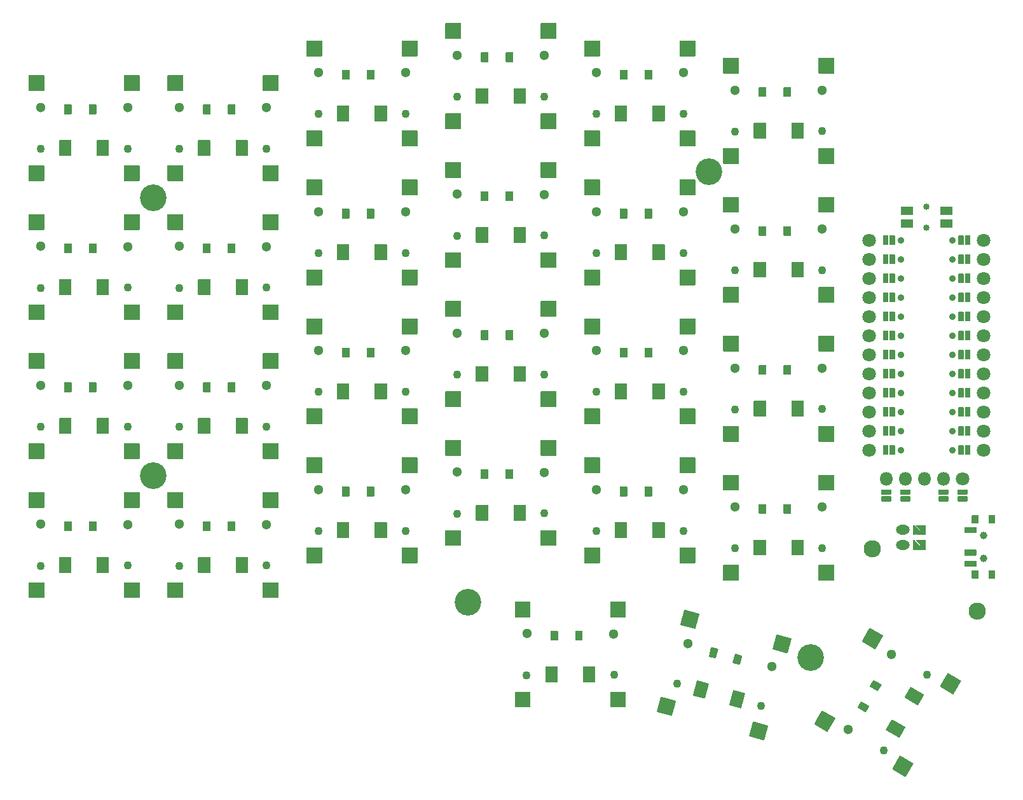
<source format=gbs>
G04 #@! TF.GenerationSoftware,KiCad,Pcbnew,8.0.8+1*
G04 #@! TF.CreationDate,2025-03-02T13:35:21+00:00*
G04 #@! TF.ProjectId,zeph_wireless_autorouted,7a657068-5f77-4697-9265-6c6573735f61,0.2*
G04 #@! TF.SameCoordinates,Original*
G04 #@! TF.FileFunction,Soldermask,Bot*
G04 #@! TF.FilePolarity,Negative*
%FSLAX46Y46*%
G04 Gerber Fmt 4.6, Leading zero omitted, Abs format (unit mm)*
G04 Created by KiCad (PCBNEW 8.0.8+1) date 2025-03-02 13:35:21*
%MOMM*%
%LPD*%
G01*
G04 APERTURE LIST*
%ADD10C,1.100000*%
%ADD11C,1.300000*%
%ADD12O,1.800000X1.800000*%
%ADD13C,1.800000*%
%ADD14C,3.550000*%
%ADD15C,0.850000*%
%ADD16C,1.000000*%
%ADD17C,0.900000*%
%ADD18O,1.850000X1.300000*%
%ADD19C,2.300000*%
G04 APERTURE END LIST*
D10*
X168200000Y-61125000D03*
D11*
X168219000Y-55602000D03*
X179800000Y-55625000D03*
D10*
X179819000Y-61102000D03*
X186700000Y-81937500D03*
D11*
X186719000Y-76414500D03*
X198300000Y-76437500D03*
D10*
X198319000Y-81914500D03*
X131200000Y-98125000D03*
D11*
X131219000Y-92602000D03*
X142800000Y-92625000D03*
D10*
X142819000Y-98102000D03*
X168200000Y-42625000D03*
D11*
X168219000Y-37102000D03*
X179800000Y-37125000D03*
D10*
X179819000Y-42602000D03*
D12*
X206817000Y-91200000D03*
X209357000Y-91200000D03*
X211897000Y-91200000D03*
X214437000Y-91200000D03*
D13*
X216977000Y-91200000D03*
G36*
G01*
X216377000Y-93500000D02*
X217577000Y-93500000D01*
G75*
G02*
X217627000Y-93550000I0J-50000D01*
G01*
X217627000Y-94150000D01*
G75*
G02*
X217577000Y-94200000I-50000J0D01*
G01*
X216377000Y-94200000D01*
G75*
G02*
X216327000Y-94150000I0J50000D01*
G01*
X216327000Y-93550000D01*
G75*
G02*
X216377000Y-93500000I50000J0D01*
G01*
G37*
G36*
G01*
X213837000Y-93500000D02*
X215037000Y-93500000D01*
G75*
G02*
X215087000Y-93550000I0J-50000D01*
G01*
X215087000Y-94150000D01*
G75*
G02*
X215037000Y-94200000I-50000J0D01*
G01*
X213837000Y-94200000D01*
G75*
G02*
X213787000Y-94150000I0J50000D01*
G01*
X213787000Y-93550000D01*
G75*
G02*
X213837000Y-93500000I50000J0D01*
G01*
G37*
G36*
G01*
X208757000Y-93500000D02*
X209957000Y-93500000D01*
G75*
G02*
X210007000Y-93550000I0J-50000D01*
G01*
X210007000Y-94150000D01*
G75*
G02*
X209957000Y-94200000I-50000J0D01*
G01*
X208757000Y-94200000D01*
G75*
G02*
X208707000Y-94150000I0J50000D01*
G01*
X208707000Y-93550000D01*
G75*
G02*
X208757000Y-93500000I50000J0D01*
G01*
G37*
G36*
G01*
X206217000Y-93500000D02*
X207417000Y-93500000D01*
G75*
G02*
X207467000Y-93550000I0J-50000D01*
G01*
X207467000Y-94150000D01*
G75*
G02*
X207417000Y-94200000I-50000J0D01*
G01*
X206217000Y-94200000D01*
G75*
G02*
X206167000Y-94150000I0J50000D01*
G01*
X206167000Y-93550000D01*
G75*
G02*
X206217000Y-93500000I50000J0D01*
G01*
G37*
G36*
G01*
X216377000Y-92600000D02*
X217577000Y-92600000D01*
G75*
G02*
X217627000Y-92650000I0J-50000D01*
G01*
X217627000Y-93250000D01*
G75*
G02*
X217577000Y-93300000I-50000J0D01*
G01*
X216377000Y-93300000D01*
G75*
G02*
X216327000Y-93250000I0J50000D01*
G01*
X216327000Y-92650000D01*
G75*
G02*
X216377000Y-92600000I50000J0D01*
G01*
G37*
G36*
G01*
X213837000Y-92600000D02*
X215037000Y-92600000D01*
G75*
G02*
X215087000Y-92650000I0J-50000D01*
G01*
X215087000Y-93250000D01*
G75*
G02*
X215037000Y-93300000I-50000J0D01*
G01*
X213837000Y-93300000D01*
G75*
G02*
X213787000Y-93250000I0J50000D01*
G01*
X213787000Y-92650000D01*
G75*
G02*
X213837000Y-92600000I50000J0D01*
G01*
G37*
G36*
G01*
X208757000Y-92600000D02*
X209957000Y-92600000D01*
G75*
G02*
X210007000Y-92650000I0J-50000D01*
G01*
X210007000Y-93250000D01*
G75*
G02*
X209957000Y-93300000I-50000J0D01*
G01*
X208757000Y-93300000D01*
G75*
G02*
X208707000Y-93250000I0J50000D01*
G01*
X208707000Y-92650000D01*
G75*
G02*
X208757000Y-92600000I50000J0D01*
G01*
G37*
G36*
G01*
X206217000Y-92600000D02*
X207417000Y-92600000D01*
G75*
G02*
X207467000Y-92650000I0J-50000D01*
G01*
X207467000Y-93250000D01*
G75*
G02*
X207417000Y-93300000I-50000J0D01*
G01*
X206217000Y-93300000D01*
G75*
G02*
X206167000Y-93250000I0J50000D01*
G01*
X206167000Y-92650000D01*
G75*
G02*
X206217000Y-92600000I50000J0D01*
G01*
G37*
D14*
X183218000Y-50298500D03*
X196724600Y-115006700D03*
D10*
X131200000Y-79625000D03*
D11*
X131219000Y-74102000D03*
X142800000Y-74125000D03*
D10*
X142819000Y-79602000D03*
D15*
X212204000Y-54972500D03*
X212204000Y-57722500D03*
G36*
G01*
X210404000Y-54997500D02*
X210404000Y-55997500D01*
G75*
G02*
X210354000Y-56047500I-50000J0D01*
G01*
X208804000Y-56047500D01*
G75*
G02*
X208754000Y-55997500I0J50000D01*
G01*
X208754000Y-54997500D01*
G75*
G02*
X208804000Y-54947500I50000J0D01*
G01*
X210354000Y-54947500D01*
G75*
G02*
X210404000Y-54997500I0J-50000D01*
G01*
G37*
G36*
G01*
X210404000Y-56697500D02*
X210404000Y-57697500D01*
G75*
G02*
X210354000Y-57747500I-50000J0D01*
G01*
X208804000Y-57747500D01*
G75*
G02*
X208754000Y-57697500I0J50000D01*
G01*
X208754000Y-56697500D01*
G75*
G02*
X208804000Y-56647500I50000J0D01*
G01*
X210354000Y-56647500D01*
G75*
G02*
X210404000Y-56697500I0J-50000D01*
G01*
G37*
G36*
G01*
X215654000Y-54997500D02*
X215654000Y-55997500D01*
G75*
G02*
X215604000Y-56047500I-50000J0D01*
G01*
X214054000Y-56047500D01*
G75*
G02*
X214004000Y-55997500I0J50000D01*
G01*
X214004000Y-54997500D01*
G75*
G02*
X214054000Y-54947500I50000J0D01*
G01*
X215604000Y-54947500D01*
G75*
G02*
X215654000Y-54997500I0J-50000D01*
G01*
G37*
G36*
G01*
X215654000Y-56697500D02*
X215654000Y-57697500D01*
G75*
G02*
X215604000Y-57747500I-50000J0D01*
G01*
X214054000Y-57747500D01*
G75*
G02*
X214004000Y-57697500I0J50000D01*
G01*
X214004000Y-56697500D01*
G75*
G02*
X214054000Y-56647500I50000J0D01*
G01*
X215604000Y-56647500D01*
G75*
G02*
X215654000Y-56697500I0J-50000D01*
G01*
G37*
G36*
G01*
X218265000Y-96050000D02*
X219065000Y-96050000D01*
G75*
G02*
X219115000Y-96100000I0J-50000D01*
G01*
X219115000Y-97100000D01*
G75*
G02*
X219065000Y-97150000I-50000J0D01*
G01*
X218265000Y-97150000D01*
G75*
G02*
X218215000Y-97100000I0J50000D01*
G01*
X218215000Y-96100000D01*
G75*
G02*
X218265000Y-96050000I50000J0D01*
G01*
G37*
G36*
G01*
X218265000Y-103350000D02*
X219065000Y-103350000D01*
G75*
G02*
X219115000Y-103400000I0J-50000D01*
G01*
X219115000Y-104400000D01*
G75*
G02*
X219065000Y-104450000I-50000J0D01*
G01*
X218265000Y-104450000D01*
G75*
G02*
X218215000Y-104400000I0J50000D01*
G01*
X218215000Y-103400000D01*
G75*
G02*
X218265000Y-103350000I50000J0D01*
G01*
G37*
D16*
X219775000Y-98750000D03*
X219775000Y-101750000D03*
G36*
G01*
X220475000Y-96050000D02*
X221275000Y-96050000D01*
G75*
G02*
X221325000Y-96100000I0J-50000D01*
G01*
X221325000Y-97100000D01*
G75*
G02*
X221275000Y-97150000I-50000J0D01*
G01*
X220475000Y-97150000D01*
G75*
G02*
X220425000Y-97100000I0J50000D01*
G01*
X220425000Y-96100000D01*
G75*
G02*
X220475000Y-96050000I50000J0D01*
G01*
G37*
G36*
G01*
X220475000Y-103350000D02*
X221275000Y-103350000D01*
G75*
G02*
X221325000Y-103400000I0J-50000D01*
G01*
X221325000Y-104400000D01*
G75*
G02*
X221275000Y-104450000I-50000J0D01*
G01*
X220475000Y-104450000D01*
G75*
G02*
X220425000Y-104400000I0J50000D01*
G01*
X220425000Y-103400000D01*
G75*
G02*
X220475000Y-103350000I50000J0D01*
G01*
G37*
G36*
G01*
X217265000Y-97600000D02*
X218765000Y-97600000D01*
G75*
G02*
X218815000Y-97650000I0J-50000D01*
G01*
X218815000Y-98350000D01*
G75*
G02*
X218765000Y-98400000I-50000J0D01*
G01*
X217265000Y-98400000D01*
G75*
G02*
X217215000Y-98350000I0J50000D01*
G01*
X217215000Y-97650000D01*
G75*
G02*
X217265000Y-97600000I50000J0D01*
G01*
G37*
G36*
G01*
X217265000Y-100600000D02*
X218765000Y-100600000D01*
G75*
G02*
X218815000Y-100650000I0J-50000D01*
G01*
X218815000Y-101350000D01*
G75*
G02*
X218765000Y-101400000I-50000J0D01*
G01*
X217265000Y-101400000D01*
G75*
G02*
X217215000Y-101350000I0J50000D01*
G01*
X217215000Y-100650000D01*
G75*
G02*
X217265000Y-100600000I50000J0D01*
G01*
G37*
G36*
G01*
X217265000Y-102100000D02*
X218765000Y-102100000D01*
G75*
G02*
X218815000Y-102150000I0J-50000D01*
G01*
X218815000Y-102850000D01*
G75*
G02*
X218765000Y-102900000I-50000J0D01*
G01*
X217265000Y-102900000D01*
G75*
G02*
X217215000Y-102850000I0J50000D01*
G01*
X217215000Y-102150000D01*
G75*
G02*
X217265000Y-102100000I50000J0D01*
G01*
G37*
D10*
X168200000Y-98125000D03*
D11*
X168219000Y-92602000D03*
X179800000Y-92625000D03*
D10*
X179819000Y-98102000D03*
G36*
G01*
X217334000Y-60020000D02*
X217334000Y-58820000D01*
G75*
G02*
X217384000Y-58770000I50000J0D01*
G01*
X217984000Y-58770000D01*
G75*
G02*
X218034000Y-58820000I0J-50000D01*
G01*
X218034000Y-60020000D01*
G75*
G02*
X217984000Y-60070000I-50000J0D01*
G01*
X217384000Y-60070000D01*
G75*
G02*
X217334000Y-60020000I0J50000D01*
G01*
G37*
D13*
X219824000Y-59420000D03*
G36*
G01*
X217334000Y-62560000D02*
X217334000Y-61360000D01*
G75*
G02*
X217384000Y-61310000I50000J0D01*
G01*
X217984000Y-61310000D01*
G75*
G02*
X218034000Y-61360000I0J-50000D01*
G01*
X218034000Y-62560000D01*
G75*
G02*
X217984000Y-62610000I-50000J0D01*
G01*
X217384000Y-62610000D01*
G75*
G02*
X217334000Y-62560000I0J50000D01*
G01*
G37*
X219824000Y-61960000D03*
G36*
G01*
X217334000Y-65100000D02*
X217334000Y-63900000D01*
G75*
G02*
X217384000Y-63850000I50000J0D01*
G01*
X217984000Y-63850000D01*
G75*
G02*
X218034000Y-63900000I0J-50000D01*
G01*
X218034000Y-65100000D01*
G75*
G02*
X217984000Y-65150000I-50000J0D01*
G01*
X217384000Y-65150000D01*
G75*
G02*
X217334000Y-65100000I0J50000D01*
G01*
G37*
X219824000Y-64500000D03*
G36*
G01*
X217334000Y-67640000D02*
X217334000Y-66440000D01*
G75*
G02*
X217384000Y-66390000I50000J0D01*
G01*
X217984000Y-66390000D01*
G75*
G02*
X218034000Y-66440000I0J-50000D01*
G01*
X218034000Y-67640000D01*
G75*
G02*
X217984000Y-67690000I-50000J0D01*
G01*
X217384000Y-67690000D01*
G75*
G02*
X217334000Y-67640000I0J50000D01*
G01*
G37*
X219824000Y-67040000D03*
G36*
G01*
X217334000Y-70180000D02*
X217334000Y-68980000D01*
G75*
G02*
X217384000Y-68930000I50000J0D01*
G01*
X217984000Y-68930000D01*
G75*
G02*
X218034000Y-68980000I0J-50000D01*
G01*
X218034000Y-70180000D01*
G75*
G02*
X217984000Y-70230000I-50000J0D01*
G01*
X217384000Y-70230000D01*
G75*
G02*
X217334000Y-70180000I0J50000D01*
G01*
G37*
X219824000Y-69580000D03*
G36*
G01*
X217334000Y-72720000D02*
X217334000Y-71520000D01*
G75*
G02*
X217384000Y-71470000I50000J0D01*
G01*
X217984000Y-71470000D01*
G75*
G02*
X218034000Y-71520000I0J-50000D01*
G01*
X218034000Y-72720000D01*
G75*
G02*
X217984000Y-72770000I-50000J0D01*
G01*
X217384000Y-72770000D01*
G75*
G02*
X217334000Y-72720000I0J50000D01*
G01*
G37*
X219824000Y-72120000D03*
G36*
G01*
X217334000Y-75260000D02*
X217334000Y-74060000D01*
G75*
G02*
X217384000Y-74010000I50000J0D01*
G01*
X217984000Y-74010000D01*
G75*
G02*
X218034000Y-74060000I0J-50000D01*
G01*
X218034000Y-75260000D01*
G75*
G02*
X217984000Y-75310000I-50000J0D01*
G01*
X217384000Y-75310000D01*
G75*
G02*
X217334000Y-75260000I0J50000D01*
G01*
G37*
X219824000Y-74660000D03*
G36*
G01*
X217334000Y-77800000D02*
X217334000Y-76600000D01*
G75*
G02*
X217384000Y-76550000I50000J0D01*
G01*
X217984000Y-76550000D01*
G75*
G02*
X218034000Y-76600000I0J-50000D01*
G01*
X218034000Y-77800000D01*
G75*
G02*
X217984000Y-77850000I-50000J0D01*
G01*
X217384000Y-77850000D01*
G75*
G02*
X217334000Y-77800000I0J50000D01*
G01*
G37*
X219824000Y-77200000D03*
G36*
G01*
X217334000Y-80340000D02*
X217334000Y-79140000D01*
G75*
G02*
X217384000Y-79090000I50000J0D01*
G01*
X217984000Y-79090000D01*
G75*
G02*
X218034000Y-79140000I0J-50000D01*
G01*
X218034000Y-80340000D01*
G75*
G02*
X217984000Y-80390000I-50000J0D01*
G01*
X217384000Y-80390000D01*
G75*
G02*
X217334000Y-80340000I0J50000D01*
G01*
G37*
X219824000Y-79740000D03*
G36*
G01*
X217334000Y-82880000D02*
X217334000Y-81680000D01*
G75*
G02*
X217384000Y-81630000I50000J0D01*
G01*
X217984000Y-81630000D01*
G75*
G02*
X218034000Y-81680000I0J-50000D01*
G01*
X218034000Y-82880000D01*
G75*
G02*
X217984000Y-82930000I-50000J0D01*
G01*
X217384000Y-82930000D01*
G75*
G02*
X217334000Y-82880000I0J50000D01*
G01*
G37*
X219824000Y-82280000D03*
G36*
G01*
X217334000Y-85420000D02*
X217334000Y-84220000D01*
G75*
G02*
X217384000Y-84170000I50000J0D01*
G01*
X217984000Y-84170000D01*
G75*
G02*
X218034000Y-84220000I0J-50000D01*
G01*
X218034000Y-85420000D01*
G75*
G02*
X217984000Y-85470000I-50000J0D01*
G01*
X217384000Y-85470000D01*
G75*
G02*
X217334000Y-85420000I0J50000D01*
G01*
G37*
X219824000Y-84820000D03*
G36*
G01*
X217334000Y-87960000D02*
X217334000Y-86760000D01*
G75*
G02*
X217384000Y-86710000I50000J0D01*
G01*
X217984000Y-86710000D01*
G75*
G02*
X218034000Y-86760000I0J-50000D01*
G01*
X218034000Y-87960000D01*
G75*
G02*
X217984000Y-88010000I-50000J0D01*
G01*
X217384000Y-88010000D01*
G75*
G02*
X217334000Y-87960000I0J50000D01*
G01*
G37*
X219824000Y-87360000D03*
X204584000Y-87360000D03*
G36*
G01*
X206374000Y-87960000D02*
X206374000Y-86760000D01*
G75*
G02*
X206424000Y-86710000I50000J0D01*
G01*
X207024000Y-86710000D01*
G75*
G02*
X207074000Y-86760000I0J-50000D01*
G01*
X207074000Y-87960000D01*
G75*
G02*
X207024000Y-88010000I-50000J0D01*
G01*
X206424000Y-88010000D01*
G75*
G02*
X206374000Y-87960000I0J50000D01*
G01*
G37*
X204584000Y-84820000D03*
G36*
G01*
X206374000Y-85420000D02*
X206374000Y-84220000D01*
G75*
G02*
X206424000Y-84170000I50000J0D01*
G01*
X207024000Y-84170000D01*
G75*
G02*
X207074000Y-84220000I0J-50000D01*
G01*
X207074000Y-85420000D01*
G75*
G02*
X207024000Y-85470000I-50000J0D01*
G01*
X206424000Y-85470000D01*
G75*
G02*
X206374000Y-85420000I0J50000D01*
G01*
G37*
X204584000Y-82280000D03*
G36*
G01*
X206374000Y-82880000D02*
X206374000Y-81680000D01*
G75*
G02*
X206424000Y-81630000I50000J0D01*
G01*
X207024000Y-81630000D01*
G75*
G02*
X207074000Y-81680000I0J-50000D01*
G01*
X207074000Y-82880000D01*
G75*
G02*
X207024000Y-82930000I-50000J0D01*
G01*
X206424000Y-82930000D01*
G75*
G02*
X206374000Y-82880000I0J50000D01*
G01*
G37*
X204584000Y-79740000D03*
G36*
G01*
X206374000Y-80340000D02*
X206374000Y-79140000D01*
G75*
G02*
X206424000Y-79090000I50000J0D01*
G01*
X207024000Y-79090000D01*
G75*
G02*
X207074000Y-79140000I0J-50000D01*
G01*
X207074000Y-80340000D01*
G75*
G02*
X207024000Y-80390000I-50000J0D01*
G01*
X206424000Y-80390000D01*
G75*
G02*
X206374000Y-80340000I0J50000D01*
G01*
G37*
X204584000Y-77200000D03*
G36*
G01*
X206374000Y-77800000D02*
X206374000Y-76600000D01*
G75*
G02*
X206424000Y-76550000I50000J0D01*
G01*
X207024000Y-76550000D01*
G75*
G02*
X207074000Y-76600000I0J-50000D01*
G01*
X207074000Y-77800000D01*
G75*
G02*
X207024000Y-77850000I-50000J0D01*
G01*
X206424000Y-77850000D01*
G75*
G02*
X206374000Y-77800000I0J50000D01*
G01*
G37*
X204584000Y-74660000D03*
G36*
G01*
X206374000Y-75260000D02*
X206374000Y-74060000D01*
G75*
G02*
X206424000Y-74010000I50000J0D01*
G01*
X207024000Y-74010000D01*
G75*
G02*
X207074000Y-74060000I0J-50000D01*
G01*
X207074000Y-75260000D01*
G75*
G02*
X207024000Y-75310000I-50000J0D01*
G01*
X206424000Y-75310000D01*
G75*
G02*
X206374000Y-75260000I0J50000D01*
G01*
G37*
X204584000Y-72120000D03*
G36*
G01*
X206374000Y-72720000D02*
X206374000Y-71520000D01*
G75*
G02*
X206424000Y-71470000I50000J0D01*
G01*
X207024000Y-71470000D01*
G75*
G02*
X207074000Y-71520000I0J-50000D01*
G01*
X207074000Y-72720000D01*
G75*
G02*
X207024000Y-72770000I-50000J0D01*
G01*
X206424000Y-72770000D01*
G75*
G02*
X206374000Y-72720000I0J50000D01*
G01*
G37*
X204584000Y-69580000D03*
G36*
G01*
X206374000Y-70180000D02*
X206374000Y-68980000D01*
G75*
G02*
X206424000Y-68930000I50000J0D01*
G01*
X207024000Y-68930000D01*
G75*
G02*
X207074000Y-68980000I0J-50000D01*
G01*
X207074000Y-70180000D01*
G75*
G02*
X207024000Y-70230000I-50000J0D01*
G01*
X206424000Y-70230000D01*
G75*
G02*
X206374000Y-70180000I0J50000D01*
G01*
G37*
X204584000Y-67040000D03*
G36*
G01*
X206374000Y-67640000D02*
X206374000Y-66440000D01*
G75*
G02*
X206424000Y-66390000I50000J0D01*
G01*
X207024000Y-66390000D01*
G75*
G02*
X207074000Y-66440000I0J-50000D01*
G01*
X207074000Y-67640000D01*
G75*
G02*
X207024000Y-67690000I-50000J0D01*
G01*
X206424000Y-67690000D01*
G75*
G02*
X206374000Y-67640000I0J50000D01*
G01*
G37*
X204584000Y-64500000D03*
G36*
G01*
X206374000Y-65100000D02*
X206374000Y-63900000D01*
G75*
G02*
X206424000Y-63850000I50000J0D01*
G01*
X207024000Y-63850000D01*
G75*
G02*
X207074000Y-63900000I0J-50000D01*
G01*
X207074000Y-65100000D01*
G75*
G02*
X207024000Y-65150000I-50000J0D01*
G01*
X206424000Y-65150000D01*
G75*
G02*
X206374000Y-65100000I0J50000D01*
G01*
G37*
X204584000Y-61960000D03*
G36*
G01*
X206374000Y-62560000D02*
X206374000Y-61360000D01*
G75*
G02*
X206424000Y-61310000I50000J0D01*
G01*
X207024000Y-61310000D01*
G75*
G02*
X207074000Y-61360000I0J-50000D01*
G01*
X207074000Y-62560000D01*
G75*
G02*
X207024000Y-62610000I-50000J0D01*
G01*
X206424000Y-62610000D01*
G75*
G02*
X206374000Y-62560000I0J50000D01*
G01*
G37*
X204584000Y-59420000D03*
G36*
G01*
X206374000Y-60020000D02*
X206374000Y-58820000D01*
G75*
G02*
X206424000Y-58770000I50000J0D01*
G01*
X207024000Y-58770000D01*
G75*
G02*
X207074000Y-58820000I0J-50000D01*
G01*
X207074000Y-60020000D01*
G75*
G02*
X207024000Y-60070000I-50000J0D01*
G01*
X206424000Y-60070000D01*
G75*
G02*
X206374000Y-60020000I0J50000D01*
G01*
G37*
G36*
G01*
X207274000Y-60020000D02*
X207274000Y-58820000D01*
G75*
G02*
X207324000Y-58770000I50000J0D01*
G01*
X207924000Y-58770000D01*
G75*
G02*
X207974000Y-58820000I0J-50000D01*
G01*
X207974000Y-60020000D01*
G75*
G02*
X207924000Y-60070000I-50000J0D01*
G01*
X207324000Y-60070000D01*
G75*
G02*
X207274000Y-60020000I0J50000D01*
G01*
G37*
D17*
X215604000Y-59420000D03*
G36*
G01*
X207274000Y-62560000D02*
X207274000Y-61360000D01*
G75*
G02*
X207324000Y-61310000I50000J0D01*
G01*
X207924000Y-61310000D01*
G75*
G02*
X207974000Y-61360000I0J-50000D01*
G01*
X207974000Y-62560000D01*
G75*
G02*
X207924000Y-62610000I-50000J0D01*
G01*
X207324000Y-62610000D01*
G75*
G02*
X207274000Y-62560000I0J50000D01*
G01*
G37*
X215604000Y-61960000D03*
G36*
G01*
X207274000Y-65100000D02*
X207274000Y-63900000D01*
G75*
G02*
X207324000Y-63850000I50000J0D01*
G01*
X207924000Y-63850000D01*
G75*
G02*
X207974000Y-63900000I0J-50000D01*
G01*
X207974000Y-65100000D01*
G75*
G02*
X207924000Y-65150000I-50000J0D01*
G01*
X207324000Y-65150000D01*
G75*
G02*
X207274000Y-65100000I0J50000D01*
G01*
G37*
X215604000Y-64500000D03*
G36*
G01*
X207274000Y-67640000D02*
X207274000Y-66440000D01*
G75*
G02*
X207324000Y-66390000I50000J0D01*
G01*
X207924000Y-66390000D01*
G75*
G02*
X207974000Y-66440000I0J-50000D01*
G01*
X207974000Y-67640000D01*
G75*
G02*
X207924000Y-67690000I-50000J0D01*
G01*
X207324000Y-67690000D01*
G75*
G02*
X207274000Y-67640000I0J50000D01*
G01*
G37*
X215604000Y-67040000D03*
G36*
G01*
X207274000Y-70180000D02*
X207274000Y-68980000D01*
G75*
G02*
X207324000Y-68930000I50000J0D01*
G01*
X207924000Y-68930000D01*
G75*
G02*
X207974000Y-68980000I0J-50000D01*
G01*
X207974000Y-70180000D01*
G75*
G02*
X207924000Y-70230000I-50000J0D01*
G01*
X207324000Y-70230000D01*
G75*
G02*
X207274000Y-70180000I0J50000D01*
G01*
G37*
X215604000Y-69580000D03*
G36*
G01*
X207274000Y-72720000D02*
X207274000Y-71520000D01*
G75*
G02*
X207324000Y-71470000I50000J0D01*
G01*
X207924000Y-71470000D01*
G75*
G02*
X207974000Y-71520000I0J-50000D01*
G01*
X207974000Y-72720000D01*
G75*
G02*
X207924000Y-72770000I-50000J0D01*
G01*
X207324000Y-72770000D01*
G75*
G02*
X207274000Y-72720000I0J50000D01*
G01*
G37*
X215604000Y-72120000D03*
G36*
G01*
X207274000Y-75260000D02*
X207274000Y-74060000D01*
G75*
G02*
X207324000Y-74010000I50000J0D01*
G01*
X207924000Y-74010000D01*
G75*
G02*
X207974000Y-74060000I0J-50000D01*
G01*
X207974000Y-75260000D01*
G75*
G02*
X207924000Y-75310000I-50000J0D01*
G01*
X207324000Y-75310000D01*
G75*
G02*
X207274000Y-75260000I0J50000D01*
G01*
G37*
X215604000Y-74660000D03*
G36*
G01*
X207274000Y-77800000D02*
X207274000Y-76600000D01*
G75*
G02*
X207324000Y-76550000I50000J0D01*
G01*
X207924000Y-76550000D01*
G75*
G02*
X207974000Y-76600000I0J-50000D01*
G01*
X207974000Y-77800000D01*
G75*
G02*
X207924000Y-77850000I-50000J0D01*
G01*
X207324000Y-77850000D01*
G75*
G02*
X207274000Y-77800000I0J50000D01*
G01*
G37*
X215604000Y-77200000D03*
G36*
G01*
X207274000Y-80340000D02*
X207274000Y-79140000D01*
G75*
G02*
X207324000Y-79090000I50000J0D01*
G01*
X207924000Y-79090000D01*
G75*
G02*
X207974000Y-79140000I0J-50000D01*
G01*
X207974000Y-80340000D01*
G75*
G02*
X207924000Y-80390000I-50000J0D01*
G01*
X207324000Y-80390000D01*
G75*
G02*
X207274000Y-80340000I0J50000D01*
G01*
G37*
X215604000Y-79740000D03*
G36*
G01*
X207274000Y-82880000D02*
X207274000Y-81680000D01*
G75*
G02*
X207324000Y-81630000I50000J0D01*
G01*
X207924000Y-81630000D01*
G75*
G02*
X207974000Y-81680000I0J-50000D01*
G01*
X207974000Y-82880000D01*
G75*
G02*
X207924000Y-82930000I-50000J0D01*
G01*
X207324000Y-82930000D01*
G75*
G02*
X207274000Y-82880000I0J50000D01*
G01*
G37*
X215604000Y-82280000D03*
G36*
G01*
X207274000Y-85420000D02*
X207274000Y-84220000D01*
G75*
G02*
X207324000Y-84170000I50000J0D01*
G01*
X207924000Y-84170000D01*
G75*
G02*
X207974000Y-84220000I0J-50000D01*
G01*
X207974000Y-85420000D01*
G75*
G02*
X207924000Y-85470000I-50000J0D01*
G01*
X207324000Y-85470000D01*
G75*
G02*
X207274000Y-85420000I0J50000D01*
G01*
G37*
X215604000Y-84820000D03*
G36*
G01*
X207274000Y-87960000D02*
X207274000Y-86760000D01*
G75*
G02*
X207324000Y-86710000I50000J0D01*
G01*
X207924000Y-86710000D01*
G75*
G02*
X207974000Y-86760000I0J-50000D01*
G01*
X207974000Y-87960000D01*
G75*
G02*
X207924000Y-88010000I-50000J0D01*
G01*
X207324000Y-88010000D01*
G75*
G02*
X207274000Y-87960000I0J50000D01*
G01*
G37*
X215604000Y-87360000D03*
X208804000Y-87360000D03*
G36*
G01*
X216434000Y-87960000D02*
X216434000Y-86760000D01*
G75*
G02*
X216484000Y-86710000I50000J0D01*
G01*
X217084000Y-86710000D01*
G75*
G02*
X217134000Y-86760000I0J-50000D01*
G01*
X217134000Y-87960000D01*
G75*
G02*
X217084000Y-88010000I-50000J0D01*
G01*
X216484000Y-88010000D01*
G75*
G02*
X216434000Y-87960000I0J50000D01*
G01*
G37*
X208804000Y-84820000D03*
G36*
G01*
X216434000Y-85420000D02*
X216434000Y-84220000D01*
G75*
G02*
X216484000Y-84170000I50000J0D01*
G01*
X217084000Y-84170000D01*
G75*
G02*
X217134000Y-84220000I0J-50000D01*
G01*
X217134000Y-85420000D01*
G75*
G02*
X217084000Y-85470000I-50000J0D01*
G01*
X216484000Y-85470000D01*
G75*
G02*
X216434000Y-85420000I0J50000D01*
G01*
G37*
X208804000Y-82280000D03*
G36*
G01*
X216434000Y-82880000D02*
X216434000Y-81680000D01*
G75*
G02*
X216484000Y-81630000I50000J0D01*
G01*
X217084000Y-81630000D01*
G75*
G02*
X217134000Y-81680000I0J-50000D01*
G01*
X217134000Y-82880000D01*
G75*
G02*
X217084000Y-82930000I-50000J0D01*
G01*
X216484000Y-82930000D01*
G75*
G02*
X216434000Y-82880000I0J50000D01*
G01*
G37*
X208804000Y-79740000D03*
G36*
G01*
X216434000Y-80340000D02*
X216434000Y-79140000D01*
G75*
G02*
X216484000Y-79090000I50000J0D01*
G01*
X217084000Y-79090000D01*
G75*
G02*
X217134000Y-79140000I0J-50000D01*
G01*
X217134000Y-80340000D01*
G75*
G02*
X217084000Y-80390000I-50000J0D01*
G01*
X216484000Y-80390000D01*
G75*
G02*
X216434000Y-80340000I0J50000D01*
G01*
G37*
X208804000Y-77200000D03*
G36*
G01*
X216434000Y-77800000D02*
X216434000Y-76600000D01*
G75*
G02*
X216484000Y-76550000I50000J0D01*
G01*
X217084000Y-76550000D01*
G75*
G02*
X217134000Y-76600000I0J-50000D01*
G01*
X217134000Y-77800000D01*
G75*
G02*
X217084000Y-77850000I-50000J0D01*
G01*
X216484000Y-77850000D01*
G75*
G02*
X216434000Y-77800000I0J50000D01*
G01*
G37*
X208804000Y-74660000D03*
G36*
G01*
X216434000Y-75260000D02*
X216434000Y-74060000D01*
G75*
G02*
X216484000Y-74010000I50000J0D01*
G01*
X217084000Y-74010000D01*
G75*
G02*
X217134000Y-74060000I0J-50000D01*
G01*
X217134000Y-75260000D01*
G75*
G02*
X217084000Y-75310000I-50000J0D01*
G01*
X216484000Y-75310000D01*
G75*
G02*
X216434000Y-75260000I0J50000D01*
G01*
G37*
X208804000Y-72120000D03*
G36*
G01*
X216434000Y-72720000D02*
X216434000Y-71520000D01*
G75*
G02*
X216484000Y-71470000I50000J0D01*
G01*
X217084000Y-71470000D01*
G75*
G02*
X217134000Y-71520000I0J-50000D01*
G01*
X217134000Y-72720000D01*
G75*
G02*
X217084000Y-72770000I-50000J0D01*
G01*
X216484000Y-72770000D01*
G75*
G02*
X216434000Y-72720000I0J50000D01*
G01*
G37*
X208804000Y-69580000D03*
G36*
G01*
X216434000Y-70180000D02*
X216434000Y-68980000D01*
G75*
G02*
X216484000Y-68930000I50000J0D01*
G01*
X217084000Y-68930000D01*
G75*
G02*
X217134000Y-68980000I0J-50000D01*
G01*
X217134000Y-70180000D01*
G75*
G02*
X217084000Y-70230000I-50000J0D01*
G01*
X216484000Y-70230000D01*
G75*
G02*
X216434000Y-70180000I0J50000D01*
G01*
G37*
X208804000Y-67040000D03*
G36*
G01*
X216434000Y-67640000D02*
X216434000Y-66440000D01*
G75*
G02*
X216484000Y-66390000I50000J0D01*
G01*
X217084000Y-66390000D01*
G75*
G02*
X217134000Y-66440000I0J-50000D01*
G01*
X217134000Y-67640000D01*
G75*
G02*
X217084000Y-67690000I-50000J0D01*
G01*
X216484000Y-67690000D01*
G75*
G02*
X216434000Y-67640000I0J50000D01*
G01*
G37*
X208804000Y-64500000D03*
G36*
G01*
X216434000Y-65100000D02*
X216434000Y-63900000D01*
G75*
G02*
X216484000Y-63850000I50000J0D01*
G01*
X217084000Y-63850000D01*
G75*
G02*
X217134000Y-63900000I0J-50000D01*
G01*
X217134000Y-65100000D01*
G75*
G02*
X217084000Y-65150000I-50000J0D01*
G01*
X216484000Y-65150000D01*
G75*
G02*
X216434000Y-65100000I0J50000D01*
G01*
G37*
X208804000Y-61960000D03*
G36*
G01*
X216434000Y-62560000D02*
X216434000Y-61360000D01*
G75*
G02*
X216484000Y-61310000I50000J0D01*
G01*
X217084000Y-61310000D01*
G75*
G02*
X217134000Y-61360000I0J-50000D01*
G01*
X217134000Y-62560000D01*
G75*
G02*
X217084000Y-62610000I-50000J0D01*
G01*
X216484000Y-62610000D01*
G75*
G02*
X216434000Y-62560000I0J50000D01*
G01*
G37*
X208804000Y-59420000D03*
G36*
G01*
X216434000Y-60020000D02*
X216434000Y-58820000D01*
G75*
G02*
X216484000Y-58770000I50000J0D01*
G01*
X217084000Y-58770000D01*
G75*
G02*
X217134000Y-58820000I0J-50000D01*
G01*
X217134000Y-60020000D01*
G75*
G02*
X217084000Y-60070000I-50000J0D01*
G01*
X216484000Y-60070000D01*
G75*
G02*
X216434000Y-60020000I0J50000D01*
G01*
G37*
D10*
X158950000Y-117312500D03*
D11*
X158969000Y-111789500D03*
X170550000Y-111812500D03*
D10*
X170569000Y-117289500D03*
G36*
X212101355Y-98635355D02*
G01*
X212066000Y-98650000D01*
X210816000Y-98650000D01*
X210780645Y-98635355D01*
X210766000Y-98600000D01*
X210780645Y-98564645D01*
X211345290Y-98000000D01*
X210780645Y-97435355D01*
X210766000Y-97400000D01*
X210780645Y-97364645D01*
X210816000Y-97350000D01*
X212066000Y-97350000D01*
X212101355Y-97364645D01*
X212116000Y-97400000D01*
X212116000Y-98600000D01*
X212101355Y-98635355D01*
G37*
G36*
X212101355Y-100635355D02*
G01*
X212066000Y-100650000D01*
X210816000Y-100650000D01*
X210780645Y-100635355D01*
X210766000Y-100600000D01*
X210780645Y-100564645D01*
X211345290Y-100000000D01*
X210780645Y-99435355D01*
X210766000Y-99400000D01*
X210780645Y-99364645D01*
X210816000Y-99350000D01*
X212066000Y-99350000D01*
X212101355Y-99364645D01*
X212116000Y-99400000D01*
X212116000Y-100600000D01*
X212101355Y-100635355D01*
G37*
D18*
X209000000Y-100000000D03*
X209000000Y-98000000D03*
G36*
X211235355Y-100035355D02*
G01*
X210635355Y-100635355D01*
X210600000Y-100650000D01*
X210400000Y-100650000D01*
X210364645Y-100635355D01*
X210350000Y-100600000D01*
X210350000Y-99400000D01*
X210364645Y-99364645D01*
X210400000Y-99350000D01*
X210600000Y-99350000D01*
X210635355Y-99364645D01*
X211235355Y-99964645D01*
X211250000Y-100000000D01*
X211235355Y-100035355D01*
G37*
G36*
X211235355Y-98035355D02*
G01*
X210635355Y-98635355D01*
X210600000Y-98650000D01*
X210400000Y-98650000D01*
X210364645Y-98635355D01*
X210350000Y-98600000D01*
X210350000Y-97400000D01*
X210364645Y-97364645D01*
X210400000Y-97350000D01*
X210600000Y-97350000D01*
X210635355Y-97364645D01*
X211235355Y-97964645D01*
X211250000Y-98000000D01*
X211235355Y-98035355D01*
G37*
D10*
X94200000Y-84250000D03*
D11*
X94219000Y-78727000D03*
X105800000Y-78750000D03*
D10*
X105819000Y-84227000D03*
X186700000Y-44937500D03*
D11*
X186719000Y-39414500D03*
X198300000Y-39437500D03*
D10*
X198319000Y-44914500D03*
X168200000Y-79625000D03*
D11*
X168219000Y-74102000D03*
X179800000Y-74125000D03*
D10*
X179819000Y-79602000D03*
X149700000Y-40312500D03*
D11*
X149719000Y-34789500D03*
X161300000Y-34812500D03*
D10*
X161319000Y-40289500D03*
D14*
X109250000Y-90750000D03*
D10*
X149700000Y-58812500D03*
D11*
X149719000Y-53289500D03*
X161300000Y-53312500D03*
D10*
X161319000Y-58789500D03*
X206495370Y-127345147D03*
D11*
X201721812Y-124567193D03*
X207532230Y-114549253D03*
D10*
X212284951Y-117271298D03*
X178935878Y-118467646D03*
D11*
X180383688Y-113137755D03*
X191564122Y-116157354D03*
D10*
X190164923Y-121452648D03*
X94200000Y-47250000D03*
D11*
X94219000Y-41727000D03*
X105800000Y-41750000D03*
D10*
X105819000Y-47227000D03*
X94200000Y-65750000D03*
D11*
X94219000Y-60227000D03*
X105800000Y-60250000D03*
D10*
X105819000Y-65727000D03*
X186700000Y-63437500D03*
D11*
X186719000Y-57914500D03*
X198300000Y-57937500D03*
D10*
X198319000Y-63414500D03*
X112700000Y-65750000D03*
D11*
X112719000Y-60227000D03*
X124300000Y-60250000D03*
D10*
X124319000Y-65727000D03*
D14*
X109250000Y-53750000D03*
D10*
X149700000Y-77312500D03*
D11*
X149719000Y-71789500D03*
X161300000Y-71812500D03*
D10*
X161319000Y-77289500D03*
X131200000Y-42625000D03*
D11*
X131219000Y-37102000D03*
X142800000Y-37125000D03*
D10*
X142819000Y-42602000D03*
D19*
X218969000Y-108757500D03*
D10*
X112700000Y-47250000D03*
D11*
X112719000Y-41727000D03*
X124300000Y-41750000D03*
D10*
X124319000Y-47227000D03*
X112700000Y-102750000D03*
D11*
X112719000Y-97227000D03*
X124300000Y-97250000D03*
D10*
X124319000Y-102727000D03*
X94200000Y-102750000D03*
D11*
X94219000Y-97227000D03*
X105800000Y-97250000D03*
D10*
X105819000Y-102727000D03*
X149700000Y-95812500D03*
D11*
X149719000Y-90289500D03*
X161300000Y-90312500D03*
D10*
X161319000Y-95789500D03*
X131200000Y-61125000D03*
D11*
X131219000Y-55602000D03*
X142800000Y-55625000D03*
D10*
X142819000Y-61102000D03*
D14*
X151157000Y-107615000D03*
D19*
X204927000Y-100463500D03*
D10*
X186700000Y-100437500D03*
D11*
X186719000Y-94914500D03*
X198300000Y-94937500D03*
D10*
X198319000Y-100414500D03*
X112700000Y-84250000D03*
D11*
X112719000Y-78727000D03*
X124300000Y-78750000D03*
D10*
X124319000Y-84227000D03*
X149700000Y-58812500D03*
D11*
X149719000Y-53289500D03*
X161300000Y-53312500D03*
D10*
X161319000Y-58789500D03*
G36*
G01*
X157175000Y-59712500D02*
X157175000Y-57712500D01*
G75*
G02*
X157225000Y-57662500I50000J0D01*
G01*
X158775000Y-57662500D01*
G75*
G02*
X158825000Y-57712500I0J-50000D01*
G01*
X158825000Y-59712500D01*
G75*
G02*
X158775000Y-59762500I-50000J0D01*
G01*
X157225000Y-59762500D01*
G75*
G02*
X157175000Y-59712500I0J50000D01*
G01*
G37*
G36*
G01*
X152175000Y-59712500D02*
X152175000Y-57712500D01*
G75*
G02*
X152225000Y-57662500I50000J0D01*
G01*
X153775000Y-57662500D01*
G75*
G02*
X153825000Y-57712500I0J-50000D01*
G01*
X153825000Y-59712500D01*
G75*
G02*
X153775000Y-59762500I-50000J0D01*
G01*
X152225000Y-59762500D01*
G75*
G02*
X152175000Y-59712500I0J50000D01*
G01*
G37*
G36*
G01*
X148100000Y-51062500D02*
X148100000Y-49062500D01*
G75*
G02*
X148150000Y-49012500I50000J0D01*
G01*
X150150000Y-49012500D01*
G75*
G02*
X150200000Y-49062500I0J-50000D01*
G01*
X150200000Y-51062500D01*
G75*
G02*
X150150000Y-51112500I-50000J0D01*
G01*
X148150000Y-51112500D01*
G75*
G02*
X148100000Y-51062500I0J50000D01*
G01*
G37*
G36*
G01*
X148100000Y-63062500D02*
X148100000Y-61062500D01*
G75*
G02*
X148150000Y-61012500I50000J0D01*
G01*
X150150000Y-61012500D01*
G75*
G02*
X150200000Y-61062500I0J-50000D01*
G01*
X150200000Y-63062500D01*
G75*
G02*
X150150000Y-63112500I-50000J0D01*
G01*
X148150000Y-63112500D01*
G75*
G02*
X148100000Y-63062500I0J50000D01*
G01*
G37*
G36*
G01*
X160800000Y-51062500D02*
X160800000Y-49062500D01*
G75*
G02*
X160850000Y-49012500I50000J0D01*
G01*
X162850000Y-49012500D01*
G75*
G02*
X162900000Y-49062500I0J-50000D01*
G01*
X162900000Y-51062500D01*
G75*
G02*
X162850000Y-51112500I-50000J0D01*
G01*
X160850000Y-51112500D01*
G75*
G02*
X160800000Y-51062500I0J50000D01*
G01*
G37*
G36*
G01*
X160800000Y-63062500D02*
X160800000Y-61062500D01*
G75*
G02*
X160850000Y-61012500I50000J0D01*
G01*
X162850000Y-61012500D01*
G75*
G02*
X162900000Y-61062500I0J-50000D01*
G01*
X162900000Y-63062500D01*
G75*
G02*
X162850000Y-63112500I-50000J0D01*
G01*
X160850000Y-63112500D01*
G75*
G02*
X160800000Y-63062500I0J50000D01*
G01*
G37*
X168200000Y-79625000D03*
D11*
X168219000Y-74102000D03*
X179800000Y-74125000D03*
D10*
X179819000Y-79602000D03*
G36*
G01*
X175675000Y-80525000D02*
X175675000Y-78525000D01*
G75*
G02*
X175725000Y-78475000I50000J0D01*
G01*
X177275000Y-78475000D01*
G75*
G02*
X177325000Y-78525000I0J-50000D01*
G01*
X177325000Y-80525000D01*
G75*
G02*
X177275000Y-80575000I-50000J0D01*
G01*
X175725000Y-80575000D01*
G75*
G02*
X175675000Y-80525000I0J50000D01*
G01*
G37*
G36*
G01*
X170675000Y-80525000D02*
X170675000Y-78525000D01*
G75*
G02*
X170725000Y-78475000I50000J0D01*
G01*
X172275000Y-78475000D01*
G75*
G02*
X172325000Y-78525000I0J-50000D01*
G01*
X172325000Y-80525000D01*
G75*
G02*
X172275000Y-80575000I-50000J0D01*
G01*
X170725000Y-80575000D01*
G75*
G02*
X170675000Y-80525000I0J50000D01*
G01*
G37*
G36*
G01*
X166600000Y-71875000D02*
X166600000Y-69875000D01*
G75*
G02*
X166650000Y-69825000I50000J0D01*
G01*
X168650000Y-69825000D01*
G75*
G02*
X168700000Y-69875000I0J-50000D01*
G01*
X168700000Y-71875000D01*
G75*
G02*
X168650000Y-71925000I-50000J0D01*
G01*
X166650000Y-71925000D01*
G75*
G02*
X166600000Y-71875000I0J50000D01*
G01*
G37*
G36*
G01*
X166600000Y-83875000D02*
X166600000Y-81875000D01*
G75*
G02*
X166650000Y-81825000I50000J0D01*
G01*
X168650000Y-81825000D01*
G75*
G02*
X168700000Y-81875000I0J-50000D01*
G01*
X168700000Y-83875000D01*
G75*
G02*
X168650000Y-83925000I-50000J0D01*
G01*
X166650000Y-83925000D01*
G75*
G02*
X166600000Y-83875000I0J50000D01*
G01*
G37*
G36*
G01*
X179300000Y-71875000D02*
X179300000Y-69875000D01*
G75*
G02*
X179350000Y-69825000I50000J0D01*
G01*
X181350000Y-69825000D01*
G75*
G02*
X181400000Y-69875000I0J-50000D01*
G01*
X181400000Y-71875000D01*
G75*
G02*
X181350000Y-71925000I-50000J0D01*
G01*
X179350000Y-71925000D01*
G75*
G02*
X179300000Y-71875000I0J50000D01*
G01*
G37*
G36*
G01*
X179300000Y-83875000D02*
X179300000Y-81875000D01*
G75*
G02*
X179350000Y-81825000I50000J0D01*
G01*
X181350000Y-81825000D01*
G75*
G02*
X181400000Y-81875000I0J-50000D01*
G01*
X181400000Y-83875000D01*
G75*
G02*
X181350000Y-83925000I-50000J0D01*
G01*
X179350000Y-83925000D01*
G75*
G02*
X179300000Y-83875000I0J50000D01*
G01*
G37*
X94200000Y-84250000D03*
D11*
X94219000Y-78727000D03*
X105800000Y-78750000D03*
D10*
X105819000Y-84227000D03*
G36*
G01*
X101675000Y-85150000D02*
X101675000Y-83150000D01*
G75*
G02*
X101725000Y-83100000I50000J0D01*
G01*
X103275000Y-83100000D01*
G75*
G02*
X103325000Y-83150000I0J-50000D01*
G01*
X103325000Y-85150000D01*
G75*
G02*
X103275000Y-85200000I-50000J0D01*
G01*
X101725000Y-85200000D01*
G75*
G02*
X101675000Y-85150000I0J50000D01*
G01*
G37*
G36*
G01*
X96675000Y-85150000D02*
X96675000Y-83150000D01*
G75*
G02*
X96725000Y-83100000I50000J0D01*
G01*
X98275000Y-83100000D01*
G75*
G02*
X98325000Y-83150000I0J-50000D01*
G01*
X98325000Y-85150000D01*
G75*
G02*
X98275000Y-85200000I-50000J0D01*
G01*
X96725000Y-85200000D01*
G75*
G02*
X96675000Y-85150000I0J50000D01*
G01*
G37*
G36*
G01*
X92600000Y-76500000D02*
X92600000Y-74500000D01*
G75*
G02*
X92650000Y-74450000I50000J0D01*
G01*
X94650000Y-74450000D01*
G75*
G02*
X94700000Y-74500000I0J-50000D01*
G01*
X94700000Y-76500000D01*
G75*
G02*
X94650000Y-76550000I-50000J0D01*
G01*
X92650000Y-76550000D01*
G75*
G02*
X92600000Y-76500000I0J50000D01*
G01*
G37*
G36*
G01*
X92600000Y-88500000D02*
X92600000Y-86500000D01*
G75*
G02*
X92650000Y-86450000I50000J0D01*
G01*
X94650000Y-86450000D01*
G75*
G02*
X94700000Y-86500000I0J-50000D01*
G01*
X94700000Y-88500000D01*
G75*
G02*
X94650000Y-88550000I-50000J0D01*
G01*
X92650000Y-88550000D01*
G75*
G02*
X92600000Y-88500000I0J50000D01*
G01*
G37*
G36*
G01*
X105300000Y-76500000D02*
X105300000Y-74500000D01*
G75*
G02*
X105350000Y-74450000I50000J0D01*
G01*
X107350000Y-74450000D01*
G75*
G02*
X107400000Y-74500000I0J-50000D01*
G01*
X107400000Y-76500000D01*
G75*
G02*
X107350000Y-76550000I-50000J0D01*
G01*
X105350000Y-76550000D01*
G75*
G02*
X105300000Y-76500000I0J50000D01*
G01*
G37*
G36*
G01*
X105300000Y-88500000D02*
X105300000Y-86500000D01*
G75*
G02*
X105350000Y-86450000I50000J0D01*
G01*
X107350000Y-86450000D01*
G75*
G02*
X107400000Y-86500000I0J-50000D01*
G01*
X107400000Y-88500000D01*
G75*
G02*
X107350000Y-88550000I-50000J0D01*
G01*
X105350000Y-88550000D01*
G75*
G02*
X105300000Y-88500000I0J50000D01*
G01*
G37*
X178935878Y-118467646D03*
D11*
X180383688Y-113137755D03*
X191564122Y-116157354D03*
D10*
X190164923Y-121452648D03*
G36*
G01*
X185923236Y-121271651D02*
X186440875Y-119339799D01*
G75*
G02*
X186502112Y-119304444I48296J-12941D01*
G01*
X187999297Y-119705614D01*
G75*
G02*
X188034652Y-119766851I-12941J-48296D01*
G01*
X187517013Y-121698703D01*
G75*
G02*
X187455776Y-121734058I-48296J12941D01*
G01*
X185958591Y-121332888D01*
G75*
G02*
X185923236Y-121271651I12941J48296D01*
G01*
G37*
G36*
G01*
X181093607Y-119977556D02*
X181611246Y-118045704D01*
G75*
G02*
X181672483Y-118010349I48296J-12941D01*
G01*
X183169668Y-118411519D01*
G75*
G02*
X183205023Y-118472756I-12941J-48296D01*
G01*
X182687384Y-120404608D01*
G75*
G02*
X182626147Y-120439963I-48296J12941D01*
G01*
X181128962Y-120038793D01*
G75*
G02*
X181093607Y-119977556I12941J48296D01*
G01*
G37*
G36*
G01*
X179396244Y-110567610D02*
X179913882Y-108635758D01*
G75*
G02*
X179975119Y-108600403I48296J-12941D01*
G01*
X181906971Y-109118041D01*
G75*
G02*
X181942326Y-109179278I-12941J-48296D01*
G01*
X181424688Y-111111130D01*
G75*
G02*
X181363451Y-111146485I-48296J12941D01*
G01*
X179431599Y-110628847D01*
G75*
G02*
X179396244Y-110567610I12941J48296D01*
G01*
G37*
G36*
G01*
X176290416Y-122158720D02*
X176808054Y-120226868D01*
G75*
G02*
X176869291Y-120191513I48296J-12941D01*
G01*
X178801143Y-120709151D01*
G75*
G02*
X178836498Y-120770388I-12941J-48296D01*
G01*
X178318860Y-122702240D01*
G75*
G02*
X178257623Y-122737595I-48296J12941D01*
G01*
X176325771Y-122219957D01*
G75*
G02*
X176290416Y-122158720I12941J48296D01*
G01*
G37*
G36*
G01*
X191663502Y-113854612D02*
X192181140Y-111922760D01*
G75*
G02*
X192242377Y-111887405I48296J-12941D01*
G01*
X194174229Y-112405043D01*
G75*
G02*
X194209584Y-112466280I-12941J-48296D01*
G01*
X193691946Y-114398132D01*
G75*
G02*
X193630709Y-114433487I-48296J12941D01*
G01*
X191698857Y-113915849D01*
G75*
G02*
X191663502Y-113854612I12941J48296D01*
G01*
G37*
G36*
G01*
X188557674Y-125445722D02*
X189075312Y-123513870D01*
G75*
G02*
X189136549Y-123478515I48296J-12941D01*
G01*
X191068401Y-123996153D01*
G75*
G02*
X191103756Y-124057390I-12941J-48296D01*
G01*
X190586118Y-125989242D01*
G75*
G02*
X190524881Y-126024597I-48296J12941D01*
G01*
X188593029Y-125506959D01*
G75*
G02*
X188557674Y-125445722I12941J48296D01*
G01*
G37*
G36*
G01*
X189850000Y-58787500D02*
X189850000Y-57587500D01*
G75*
G02*
X189900000Y-57537500I50000J0D01*
G01*
X190800000Y-57537500D01*
G75*
G02*
X190850000Y-57587500I0J-50000D01*
G01*
X190850000Y-58787500D01*
G75*
G02*
X190800000Y-58837500I-50000J0D01*
G01*
X189900000Y-58837500D01*
G75*
G02*
X189850000Y-58787500I0J50000D01*
G01*
G37*
G36*
G01*
X193150000Y-58787500D02*
X193150000Y-57587500D01*
G75*
G02*
X193200000Y-57537500I50000J0D01*
G01*
X194100000Y-57537500D01*
G75*
G02*
X194150000Y-57587500I0J-50000D01*
G01*
X194150000Y-58787500D01*
G75*
G02*
X194100000Y-58837500I-50000J0D01*
G01*
X193200000Y-58837500D01*
G75*
G02*
X193150000Y-58787500I0J50000D01*
G01*
G37*
X149700000Y-95812500D03*
D11*
X149719000Y-90289500D03*
X161300000Y-90312500D03*
D10*
X161319000Y-95789500D03*
G36*
G01*
X157175000Y-96712500D02*
X157175000Y-94712500D01*
G75*
G02*
X157225000Y-94662500I50000J0D01*
G01*
X158775000Y-94662500D01*
G75*
G02*
X158825000Y-94712500I0J-50000D01*
G01*
X158825000Y-96712500D01*
G75*
G02*
X158775000Y-96762500I-50000J0D01*
G01*
X157225000Y-96762500D01*
G75*
G02*
X157175000Y-96712500I0J50000D01*
G01*
G37*
G36*
G01*
X152175000Y-96712500D02*
X152175000Y-94712500D01*
G75*
G02*
X152225000Y-94662500I50000J0D01*
G01*
X153775000Y-94662500D01*
G75*
G02*
X153825000Y-94712500I0J-50000D01*
G01*
X153825000Y-96712500D01*
G75*
G02*
X153775000Y-96762500I-50000J0D01*
G01*
X152225000Y-96762500D01*
G75*
G02*
X152175000Y-96712500I0J50000D01*
G01*
G37*
G36*
G01*
X148100000Y-88062500D02*
X148100000Y-86062500D01*
G75*
G02*
X148150000Y-86012500I50000J0D01*
G01*
X150150000Y-86012500D01*
G75*
G02*
X150200000Y-86062500I0J-50000D01*
G01*
X150200000Y-88062500D01*
G75*
G02*
X150150000Y-88112500I-50000J0D01*
G01*
X148150000Y-88112500D01*
G75*
G02*
X148100000Y-88062500I0J50000D01*
G01*
G37*
G36*
G01*
X148100000Y-100062500D02*
X148100000Y-98062500D01*
G75*
G02*
X148150000Y-98012500I50000J0D01*
G01*
X150150000Y-98012500D01*
G75*
G02*
X150200000Y-98062500I0J-50000D01*
G01*
X150200000Y-100062500D01*
G75*
G02*
X150150000Y-100112500I-50000J0D01*
G01*
X148150000Y-100112500D01*
G75*
G02*
X148100000Y-100062500I0J50000D01*
G01*
G37*
G36*
G01*
X160800000Y-88062500D02*
X160800000Y-86062500D01*
G75*
G02*
X160850000Y-86012500I50000J0D01*
G01*
X162850000Y-86012500D01*
G75*
G02*
X162900000Y-86062500I0J-50000D01*
G01*
X162900000Y-88062500D01*
G75*
G02*
X162850000Y-88112500I-50000J0D01*
G01*
X160850000Y-88112500D01*
G75*
G02*
X160800000Y-88062500I0J50000D01*
G01*
G37*
G36*
G01*
X160800000Y-100062500D02*
X160800000Y-98062500D01*
G75*
G02*
X160850000Y-98012500I50000J0D01*
G01*
X162850000Y-98012500D01*
G75*
G02*
X162900000Y-98062500I0J-50000D01*
G01*
X162900000Y-100062500D01*
G75*
G02*
X162850000Y-100112500I-50000J0D01*
G01*
X160850000Y-100112500D01*
G75*
G02*
X160800000Y-100062500I0J50000D01*
G01*
G37*
X131200000Y-42625000D03*
D11*
X131219000Y-37102000D03*
X142800000Y-37125000D03*
D10*
X142819000Y-42602000D03*
G36*
G01*
X138675000Y-43525000D02*
X138675000Y-41525000D01*
G75*
G02*
X138725000Y-41475000I50000J0D01*
G01*
X140275000Y-41475000D01*
G75*
G02*
X140325000Y-41525000I0J-50000D01*
G01*
X140325000Y-43525000D01*
G75*
G02*
X140275000Y-43575000I-50000J0D01*
G01*
X138725000Y-43575000D01*
G75*
G02*
X138675000Y-43525000I0J50000D01*
G01*
G37*
G36*
G01*
X133675000Y-43525000D02*
X133675000Y-41525000D01*
G75*
G02*
X133725000Y-41475000I50000J0D01*
G01*
X135275000Y-41475000D01*
G75*
G02*
X135325000Y-41525000I0J-50000D01*
G01*
X135325000Y-43525000D01*
G75*
G02*
X135275000Y-43575000I-50000J0D01*
G01*
X133725000Y-43575000D01*
G75*
G02*
X133675000Y-43525000I0J50000D01*
G01*
G37*
G36*
G01*
X129600000Y-34875000D02*
X129600000Y-32875000D01*
G75*
G02*
X129650000Y-32825000I50000J0D01*
G01*
X131650000Y-32825000D01*
G75*
G02*
X131700000Y-32875000I0J-50000D01*
G01*
X131700000Y-34875000D01*
G75*
G02*
X131650000Y-34925000I-50000J0D01*
G01*
X129650000Y-34925000D01*
G75*
G02*
X129600000Y-34875000I0J50000D01*
G01*
G37*
G36*
G01*
X129600000Y-46875000D02*
X129600000Y-44875000D01*
G75*
G02*
X129650000Y-44825000I50000J0D01*
G01*
X131650000Y-44825000D01*
G75*
G02*
X131700000Y-44875000I0J-50000D01*
G01*
X131700000Y-46875000D01*
G75*
G02*
X131650000Y-46925000I-50000J0D01*
G01*
X129650000Y-46925000D01*
G75*
G02*
X129600000Y-46875000I0J50000D01*
G01*
G37*
G36*
G01*
X142300000Y-34875000D02*
X142300000Y-32875000D01*
G75*
G02*
X142350000Y-32825000I50000J0D01*
G01*
X144350000Y-32825000D01*
G75*
G02*
X144400000Y-32875000I0J-50000D01*
G01*
X144400000Y-34875000D01*
G75*
G02*
X144350000Y-34925000I-50000J0D01*
G01*
X142350000Y-34925000D01*
G75*
G02*
X142300000Y-34875000I0J50000D01*
G01*
G37*
G36*
G01*
X142300000Y-46875000D02*
X142300000Y-44875000D01*
G75*
G02*
X142350000Y-44825000I50000J0D01*
G01*
X144350000Y-44825000D01*
G75*
G02*
X144400000Y-44875000I0J-50000D01*
G01*
X144400000Y-46875000D01*
G75*
G02*
X144350000Y-46925000I-50000J0D01*
G01*
X142350000Y-46925000D01*
G75*
G02*
X142300000Y-46875000I0J50000D01*
G01*
G37*
X131200000Y-98125000D03*
D11*
X131219000Y-92602000D03*
X142800000Y-92625000D03*
D10*
X142819000Y-98102000D03*
G36*
G01*
X138675000Y-99025000D02*
X138675000Y-97025000D01*
G75*
G02*
X138725000Y-96975000I50000J0D01*
G01*
X140275000Y-96975000D01*
G75*
G02*
X140325000Y-97025000I0J-50000D01*
G01*
X140325000Y-99025000D01*
G75*
G02*
X140275000Y-99075000I-50000J0D01*
G01*
X138725000Y-99075000D01*
G75*
G02*
X138675000Y-99025000I0J50000D01*
G01*
G37*
G36*
G01*
X133675000Y-99025000D02*
X133675000Y-97025000D01*
G75*
G02*
X133725000Y-96975000I50000J0D01*
G01*
X135275000Y-96975000D01*
G75*
G02*
X135325000Y-97025000I0J-50000D01*
G01*
X135325000Y-99025000D01*
G75*
G02*
X135275000Y-99075000I-50000J0D01*
G01*
X133725000Y-99075000D01*
G75*
G02*
X133675000Y-99025000I0J50000D01*
G01*
G37*
G36*
G01*
X129600000Y-90375000D02*
X129600000Y-88375000D01*
G75*
G02*
X129650000Y-88325000I50000J0D01*
G01*
X131650000Y-88325000D01*
G75*
G02*
X131700000Y-88375000I0J-50000D01*
G01*
X131700000Y-90375000D01*
G75*
G02*
X131650000Y-90425000I-50000J0D01*
G01*
X129650000Y-90425000D01*
G75*
G02*
X129600000Y-90375000I0J50000D01*
G01*
G37*
G36*
G01*
X129600000Y-102375000D02*
X129600000Y-100375000D01*
G75*
G02*
X129650000Y-100325000I50000J0D01*
G01*
X131650000Y-100325000D01*
G75*
G02*
X131700000Y-100375000I0J-50000D01*
G01*
X131700000Y-102375000D01*
G75*
G02*
X131650000Y-102425000I-50000J0D01*
G01*
X129650000Y-102425000D01*
G75*
G02*
X129600000Y-102375000I0J50000D01*
G01*
G37*
G36*
G01*
X142300000Y-90375000D02*
X142300000Y-88375000D01*
G75*
G02*
X142350000Y-88325000I50000J0D01*
G01*
X144350000Y-88325000D01*
G75*
G02*
X144400000Y-88375000I0J-50000D01*
G01*
X144400000Y-90375000D01*
G75*
G02*
X144350000Y-90425000I-50000J0D01*
G01*
X142350000Y-90425000D01*
G75*
G02*
X142300000Y-90375000I0J50000D01*
G01*
G37*
G36*
G01*
X142300000Y-102375000D02*
X142300000Y-100375000D01*
G75*
G02*
X142350000Y-100325000I50000J0D01*
G01*
X144350000Y-100325000D01*
G75*
G02*
X144400000Y-100375000I0J-50000D01*
G01*
X144400000Y-102375000D01*
G75*
G02*
X144350000Y-102425000I-50000J0D01*
G01*
X142350000Y-102425000D01*
G75*
G02*
X142300000Y-102375000I0J50000D01*
G01*
G37*
G36*
G01*
X97350000Y-61100000D02*
X97350000Y-59900000D01*
G75*
G02*
X97400000Y-59850000I50000J0D01*
G01*
X98300000Y-59850000D01*
G75*
G02*
X98350000Y-59900000I0J-50000D01*
G01*
X98350000Y-61100000D01*
G75*
G02*
X98300000Y-61150000I-50000J0D01*
G01*
X97400000Y-61150000D01*
G75*
G02*
X97350000Y-61100000I0J50000D01*
G01*
G37*
G36*
G01*
X100650000Y-61100000D02*
X100650000Y-59900000D01*
G75*
G02*
X100700000Y-59850000I50000J0D01*
G01*
X101600000Y-59850000D01*
G75*
G02*
X101650000Y-59900000I0J-50000D01*
G01*
X101650000Y-61100000D01*
G75*
G02*
X101600000Y-61150000I-50000J0D01*
G01*
X100700000Y-61150000D01*
G75*
G02*
X100650000Y-61100000I0J50000D01*
G01*
G37*
G36*
G01*
X115850000Y-61100000D02*
X115850000Y-59900000D01*
G75*
G02*
X115900000Y-59850000I50000J0D01*
G01*
X116800000Y-59850000D01*
G75*
G02*
X116850000Y-59900000I0J-50000D01*
G01*
X116850000Y-61100000D01*
G75*
G02*
X116800000Y-61150000I-50000J0D01*
G01*
X115900000Y-61150000D01*
G75*
G02*
X115850000Y-61100000I0J50000D01*
G01*
G37*
G36*
G01*
X119150000Y-61100000D02*
X119150000Y-59900000D01*
G75*
G02*
X119200000Y-59850000I50000J0D01*
G01*
X120100000Y-59850000D01*
G75*
G02*
X120150000Y-59900000I0J-50000D01*
G01*
X120150000Y-61100000D01*
G75*
G02*
X120100000Y-61150000I-50000J0D01*
G01*
X119200000Y-61150000D01*
G75*
G02*
X119150000Y-61100000I0J50000D01*
G01*
G37*
X149700000Y-40312500D03*
D11*
X149719000Y-34789500D03*
X161300000Y-34812500D03*
D10*
X161319000Y-40289500D03*
G36*
G01*
X157175000Y-41212500D02*
X157175000Y-39212500D01*
G75*
G02*
X157225000Y-39162500I50000J0D01*
G01*
X158775000Y-39162500D01*
G75*
G02*
X158825000Y-39212500I0J-50000D01*
G01*
X158825000Y-41212500D01*
G75*
G02*
X158775000Y-41262500I-50000J0D01*
G01*
X157225000Y-41262500D01*
G75*
G02*
X157175000Y-41212500I0J50000D01*
G01*
G37*
G36*
G01*
X152175000Y-41212500D02*
X152175000Y-39212500D01*
G75*
G02*
X152225000Y-39162500I50000J0D01*
G01*
X153775000Y-39162500D01*
G75*
G02*
X153825000Y-39212500I0J-50000D01*
G01*
X153825000Y-41212500D01*
G75*
G02*
X153775000Y-41262500I-50000J0D01*
G01*
X152225000Y-41262500D01*
G75*
G02*
X152175000Y-41212500I0J50000D01*
G01*
G37*
G36*
G01*
X148100000Y-32562500D02*
X148100000Y-30562500D01*
G75*
G02*
X148150000Y-30512500I50000J0D01*
G01*
X150150000Y-30512500D01*
G75*
G02*
X150200000Y-30562500I0J-50000D01*
G01*
X150200000Y-32562500D01*
G75*
G02*
X150150000Y-32612500I-50000J0D01*
G01*
X148150000Y-32612500D01*
G75*
G02*
X148100000Y-32562500I0J50000D01*
G01*
G37*
G36*
G01*
X148100000Y-44562500D02*
X148100000Y-42562500D01*
G75*
G02*
X148150000Y-42512500I50000J0D01*
G01*
X150150000Y-42512500D01*
G75*
G02*
X150200000Y-42562500I0J-50000D01*
G01*
X150200000Y-44562500D01*
G75*
G02*
X150150000Y-44612500I-50000J0D01*
G01*
X148150000Y-44612500D01*
G75*
G02*
X148100000Y-44562500I0J50000D01*
G01*
G37*
G36*
G01*
X160800000Y-32562500D02*
X160800000Y-30562500D01*
G75*
G02*
X160850000Y-30512500I50000J0D01*
G01*
X162850000Y-30512500D01*
G75*
G02*
X162900000Y-30562500I0J-50000D01*
G01*
X162900000Y-32562500D01*
G75*
G02*
X162850000Y-32612500I-50000J0D01*
G01*
X160850000Y-32612500D01*
G75*
G02*
X160800000Y-32562500I0J50000D01*
G01*
G37*
G36*
G01*
X160800000Y-44562500D02*
X160800000Y-42562500D01*
G75*
G02*
X160850000Y-42512500I50000J0D01*
G01*
X162850000Y-42512500D01*
G75*
G02*
X162900000Y-42562500I0J-50000D01*
G01*
X162900000Y-44562500D01*
G75*
G02*
X162850000Y-44612500I-50000J0D01*
G01*
X160850000Y-44612500D01*
G75*
G02*
X160800000Y-44562500I0J50000D01*
G01*
G37*
G36*
G01*
X152850000Y-54162500D02*
X152850000Y-52962500D01*
G75*
G02*
X152900000Y-52912500I50000J0D01*
G01*
X153800000Y-52912500D01*
G75*
G02*
X153850000Y-52962500I0J-50000D01*
G01*
X153850000Y-54162500D01*
G75*
G02*
X153800000Y-54212500I-50000J0D01*
G01*
X152900000Y-54212500D01*
G75*
G02*
X152850000Y-54162500I0J50000D01*
G01*
G37*
G36*
G01*
X156150000Y-54162500D02*
X156150000Y-52962500D01*
G75*
G02*
X156200000Y-52912500I50000J0D01*
G01*
X157100000Y-52912500D01*
G75*
G02*
X157150000Y-52962500I0J-50000D01*
G01*
X157150000Y-54162500D01*
G75*
G02*
X157100000Y-54212500I-50000J0D01*
G01*
X156200000Y-54212500D01*
G75*
G02*
X156150000Y-54162500I0J50000D01*
G01*
G37*
X168200000Y-42625000D03*
D11*
X168219000Y-37102000D03*
X179800000Y-37125000D03*
D10*
X179819000Y-42602000D03*
G36*
G01*
X175675000Y-43525000D02*
X175675000Y-41525000D01*
G75*
G02*
X175725000Y-41475000I50000J0D01*
G01*
X177275000Y-41475000D01*
G75*
G02*
X177325000Y-41525000I0J-50000D01*
G01*
X177325000Y-43525000D01*
G75*
G02*
X177275000Y-43575000I-50000J0D01*
G01*
X175725000Y-43575000D01*
G75*
G02*
X175675000Y-43525000I0J50000D01*
G01*
G37*
G36*
G01*
X170675000Y-43525000D02*
X170675000Y-41525000D01*
G75*
G02*
X170725000Y-41475000I50000J0D01*
G01*
X172275000Y-41475000D01*
G75*
G02*
X172325000Y-41525000I0J-50000D01*
G01*
X172325000Y-43525000D01*
G75*
G02*
X172275000Y-43575000I-50000J0D01*
G01*
X170725000Y-43575000D01*
G75*
G02*
X170675000Y-43525000I0J50000D01*
G01*
G37*
G36*
G01*
X166600000Y-34875000D02*
X166600000Y-32875000D01*
G75*
G02*
X166650000Y-32825000I50000J0D01*
G01*
X168650000Y-32825000D01*
G75*
G02*
X168700000Y-32875000I0J-50000D01*
G01*
X168700000Y-34875000D01*
G75*
G02*
X168650000Y-34925000I-50000J0D01*
G01*
X166650000Y-34925000D01*
G75*
G02*
X166600000Y-34875000I0J50000D01*
G01*
G37*
G36*
G01*
X166600000Y-46875000D02*
X166600000Y-44875000D01*
G75*
G02*
X166650000Y-44825000I50000J0D01*
G01*
X168650000Y-44825000D01*
G75*
G02*
X168700000Y-44875000I0J-50000D01*
G01*
X168700000Y-46875000D01*
G75*
G02*
X168650000Y-46925000I-50000J0D01*
G01*
X166650000Y-46925000D01*
G75*
G02*
X166600000Y-46875000I0J50000D01*
G01*
G37*
G36*
G01*
X179300000Y-34875000D02*
X179300000Y-32875000D01*
G75*
G02*
X179350000Y-32825000I50000J0D01*
G01*
X181350000Y-32825000D01*
G75*
G02*
X181400000Y-32875000I0J-50000D01*
G01*
X181400000Y-34875000D01*
G75*
G02*
X181350000Y-34925000I-50000J0D01*
G01*
X179350000Y-34925000D01*
G75*
G02*
X179300000Y-34875000I0J50000D01*
G01*
G37*
G36*
G01*
X179300000Y-46875000D02*
X179300000Y-44875000D01*
G75*
G02*
X179350000Y-44825000I50000J0D01*
G01*
X181350000Y-44825000D01*
G75*
G02*
X181400000Y-44875000I0J-50000D01*
G01*
X181400000Y-46875000D01*
G75*
G02*
X181350000Y-46925000I-50000J0D01*
G01*
X179350000Y-46925000D01*
G75*
G02*
X179300000Y-46875000I0J50000D01*
G01*
G37*
X112700000Y-102750000D03*
D11*
X112719000Y-97227000D03*
X124300000Y-97250000D03*
D10*
X124319000Y-102727000D03*
G36*
G01*
X120175000Y-103650000D02*
X120175000Y-101650000D01*
G75*
G02*
X120225000Y-101600000I50000J0D01*
G01*
X121775000Y-101600000D01*
G75*
G02*
X121825000Y-101650000I0J-50000D01*
G01*
X121825000Y-103650000D01*
G75*
G02*
X121775000Y-103700000I-50000J0D01*
G01*
X120225000Y-103700000D01*
G75*
G02*
X120175000Y-103650000I0J50000D01*
G01*
G37*
G36*
G01*
X115175000Y-103650000D02*
X115175000Y-101650000D01*
G75*
G02*
X115225000Y-101600000I50000J0D01*
G01*
X116775000Y-101600000D01*
G75*
G02*
X116825000Y-101650000I0J-50000D01*
G01*
X116825000Y-103650000D01*
G75*
G02*
X116775000Y-103700000I-50000J0D01*
G01*
X115225000Y-103700000D01*
G75*
G02*
X115175000Y-103650000I0J50000D01*
G01*
G37*
G36*
G01*
X111100000Y-95000000D02*
X111100000Y-93000000D01*
G75*
G02*
X111150000Y-92950000I50000J0D01*
G01*
X113150000Y-92950000D01*
G75*
G02*
X113200000Y-93000000I0J-50000D01*
G01*
X113200000Y-95000000D01*
G75*
G02*
X113150000Y-95050000I-50000J0D01*
G01*
X111150000Y-95050000D01*
G75*
G02*
X111100000Y-95000000I0J50000D01*
G01*
G37*
G36*
G01*
X111100000Y-107000000D02*
X111100000Y-105000000D01*
G75*
G02*
X111150000Y-104950000I50000J0D01*
G01*
X113150000Y-104950000D01*
G75*
G02*
X113200000Y-105000000I0J-50000D01*
G01*
X113200000Y-107000000D01*
G75*
G02*
X113150000Y-107050000I-50000J0D01*
G01*
X111150000Y-107050000D01*
G75*
G02*
X111100000Y-107000000I0J50000D01*
G01*
G37*
G36*
G01*
X123800000Y-95000000D02*
X123800000Y-93000000D01*
G75*
G02*
X123850000Y-92950000I50000J0D01*
G01*
X125850000Y-92950000D01*
G75*
G02*
X125900000Y-93000000I0J-50000D01*
G01*
X125900000Y-95000000D01*
G75*
G02*
X125850000Y-95050000I-50000J0D01*
G01*
X123850000Y-95050000D01*
G75*
G02*
X123800000Y-95000000I0J50000D01*
G01*
G37*
G36*
G01*
X123800000Y-107000000D02*
X123800000Y-105000000D01*
G75*
G02*
X123850000Y-104950000I50000J0D01*
G01*
X125850000Y-104950000D01*
G75*
G02*
X125900000Y-105000000I0J-50000D01*
G01*
X125900000Y-107000000D01*
G75*
G02*
X125850000Y-107050000I-50000J0D01*
G01*
X123850000Y-107050000D01*
G75*
G02*
X123800000Y-107000000I0J50000D01*
G01*
G37*
G36*
G01*
X189850000Y-40287500D02*
X189850000Y-39087500D01*
G75*
G02*
X189900000Y-39037500I50000J0D01*
G01*
X190800000Y-39037500D01*
G75*
G02*
X190850000Y-39087500I0J-50000D01*
G01*
X190850000Y-40287500D01*
G75*
G02*
X190800000Y-40337500I-50000J0D01*
G01*
X189900000Y-40337500D01*
G75*
G02*
X189850000Y-40287500I0J50000D01*
G01*
G37*
G36*
G01*
X193150000Y-40287500D02*
X193150000Y-39087500D01*
G75*
G02*
X193200000Y-39037500I50000J0D01*
G01*
X194100000Y-39037500D01*
G75*
G02*
X194150000Y-39087500I0J-50000D01*
G01*
X194150000Y-40287500D01*
G75*
G02*
X194100000Y-40337500I-50000J0D01*
G01*
X193200000Y-40337500D01*
G75*
G02*
X193150000Y-40287500I0J50000D01*
G01*
G37*
G36*
G01*
X171350000Y-74975000D02*
X171350000Y-73775000D01*
G75*
G02*
X171400000Y-73725000I50000J0D01*
G01*
X172300000Y-73725000D01*
G75*
G02*
X172350000Y-73775000I0J-50000D01*
G01*
X172350000Y-74975000D01*
G75*
G02*
X172300000Y-75025000I-50000J0D01*
G01*
X171400000Y-75025000D01*
G75*
G02*
X171350000Y-74975000I0J50000D01*
G01*
G37*
G36*
G01*
X174650000Y-74975000D02*
X174650000Y-73775000D01*
G75*
G02*
X174700000Y-73725000I50000J0D01*
G01*
X175600000Y-73725000D01*
G75*
G02*
X175650000Y-73775000I0J-50000D01*
G01*
X175650000Y-74975000D01*
G75*
G02*
X175600000Y-75025000I-50000J0D01*
G01*
X174700000Y-75025000D01*
G75*
G02*
X174650000Y-74975000I0J50000D01*
G01*
G37*
G36*
G01*
X204043415Y-122292254D02*
X203004185Y-121692254D01*
G75*
G02*
X202985884Y-121623953I25000J43301D01*
G01*
X203435884Y-120844531D01*
G75*
G02*
X203504185Y-120826230I43301J-25000D01*
G01*
X204543415Y-121426230D01*
G75*
G02*
X204561716Y-121494531I-25000J-43301D01*
G01*
X204111716Y-122273953D01*
G75*
G02*
X204043415Y-122292254I-43301J25000D01*
G01*
G37*
G36*
G01*
X205693415Y-119434370D02*
X204654185Y-118834370D01*
G75*
G02*
X204635884Y-118766069I25000J43301D01*
G01*
X205085884Y-117986647D01*
G75*
G02*
X205154185Y-117968346I43301J-25000D01*
G01*
X206193415Y-118568346D01*
G75*
G02*
X206211716Y-118636647I-25000J-43301D01*
G01*
X205761716Y-119416069D01*
G75*
G02*
X205693415Y-119434370I-43301J25000D01*
G01*
G37*
X94200000Y-47250000D03*
D11*
X94219000Y-41727000D03*
X105800000Y-41750000D03*
D10*
X105819000Y-47227000D03*
G36*
G01*
X101675000Y-48150000D02*
X101675000Y-46150000D01*
G75*
G02*
X101725000Y-46100000I50000J0D01*
G01*
X103275000Y-46100000D01*
G75*
G02*
X103325000Y-46150000I0J-50000D01*
G01*
X103325000Y-48150000D01*
G75*
G02*
X103275000Y-48200000I-50000J0D01*
G01*
X101725000Y-48200000D01*
G75*
G02*
X101675000Y-48150000I0J50000D01*
G01*
G37*
G36*
G01*
X96675000Y-48150000D02*
X96675000Y-46150000D01*
G75*
G02*
X96725000Y-46100000I50000J0D01*
G01*
X98275000Y-46100000D01*
G75*
G02*
X98325000Y-46150000I0J-50000D01*
G01*
X98325000Y-48150000D01*
G75*
G02*
X98275000Y-48200000I-50000J0D01*
G01*
X96725000Y-48200000D01*
G75*
G02*
X96675000Y-48150000I0J50000D01*
G01*
G37*
G36*
G01*
X92600000Y-39500000D02*
X92600000Y-37500000D01*
G75*
G02*
X92650000Y-37450000I50000J0D01*
G01*
X94650000Y-37450000D01*
G75*
G02*
X94700000Y-37500000I0J-50000D01*
G01*
X94700000Y-39500000D01*
G75*
G02*
X94650000Y-39550000I-50000J0D01*
G01*
X92650000Y-39550000D01*
G75*
G02*
X92600000Y-39500000I0J50000D01*
G01*
G37*
G36*
G01*
X92600000Y-51500000D02*
X92600000Y-49500000D01*
G75*
G02*
X92650000Y-49450000I50000J0D01*
G01*
X94650000Y-49450000D01*
G75*
G02*
X94700000Y-49500000I0J-50000D01*
G01*
X94700000Y-51500000D01*
G75*
G02*
X94650000Y-51550000I-50000J0D01*
G01*
X92650000Y-51550000D01*
G75*
G02*
X92600000Y-51500000I0J50000D01*
G01*
G37*
G36*
G01*
X105300000Y-39500000D02*
X105300000Y-37500000D01*
G75*
G02*
X105350000Y-37450000I50000J0D01*
G01*
X107350000Y-37450000D01*
G75*
G02*
X107400000Y-37500000I0J-50000D01*
G01*
X107400000Y-39500000D01*
G75*
G02*
X107350000Y-39550000I-50000J0D01*
G01*
X105350000Y-39550000D01*
G75*
G02*
X105300000Y-39500000I0J50000D01*
G01*
G37*
G36*
G01*
X105300000Y-51500000D02*
X105300000Y-49500000D01*
G75*
G02*
X105350000Y-49450000I50000J0D01*
G01*
X107350000Y-49450000D01*
G75*
G02*
X107400000Y-49500000I0J-50000D01*
G01*
X107400000Y-51500000D01*
G75*
G02*
X107350000Y-51550000I-50000J0D01*
G01*
X105350000Y-51550000D01*
G75*
G02*
X105300000Y-51500000I0J50000D01*
G01*
G37*
G36*
G01*
X152850000Y-72662500D02*
X152850000Y-71462500D01*
G75*
G02*
X152900000Y-71412500I50000J0D01*
G01*
X153800000Y-71412500D01*
G75*
G02*
X153850000Y-71462500I0J-50000D01*
G01*
X153850000Y-72662500D01*
G75*
G02*
X153800000Y-72712500I-50000J0D01*
G01*
X152900000Y-72712500D01*
G75*
G02*
X152850000Y-72662500I0J50000D01*
G01*
G37*
G36*
G01*
X156150000Y-72662500D02*
X156150000Y-71462500D01*
G75*
G02*
X156200000Y-71412500I50000J0D01*
G01*
X157100000Y-71412500D01*
G75*
G02*
X157150000Y-71462500I0J-50000D01*
G01*
X157150000Y-72662500D01*
G75*
G02*
X157100000Y-72712500I-50000J0D01*
G01*
X156200000Y-72712500D01*
G75*
G02*
X156150000Y-72662500I0J50000D01*
G01*
G37*
G36*
G01*
X152850000Y-35662500D02*
X152850000Y-34462500D01*
G75*
G02*
X152900000Y-34412500I50000J0D01*
G01*
X153800000Y-34412500D01*
G75*
G02*
X153850000Y-34462500I0J-50000D01*
G01*
X153850000Y-35662500D01*
G75*
G02*
X153800000Y-35712500I-50000J0D01*
G01*
X152900000Y-35712500D01*
G75*
G02*
X152850000Y-35662500I0J50000D01*
G01*
G37*
G36*
G01*
X156150000Y-35662500D02*
X156150000Y-34462500D01*
G75*
G02*
X156200000Y-34412500I50000J0D01*
G01*
X157100000Y-34412500D01*
G75*
G02*
X157150000Y-34462500I0J-50000D01*
G01*
X157150000Y-35662500D01*
G75*
G02*
X157100000Y-35712500I-50000J0D01*
G01*
X156200000Y-35712500D01*
G75*
G02*
X156150000Y-35662500I0J50000D01*
G01*
G37*
X112700000Y-47250000D03*
D11*
X112719000Y-41727000D03*
X124300000Y-41750000D03*
D10*
X124319000Y-47227000D03*
G36*
G01*
X120175000Y-48150000D02*
X120175000Y-46150000D01*
G75*
G02*
X120225000Y-46100000I50000J0D01*
G01*
X121775000Y-46100000D01*
G75*
G02*
X121825000Y-46150000I0J-50000D01*
G01*
X121825000Y-48150000D01*
G75*
G02*
X121775000Y-48200000I-50000J0D01*
G01*
X120225000Y-48200000D01*
G75*
G02*
X120175000Y-48150000I0J50000D01*
G01*
G37*
G36*
G01*
X115175000Y-48150000D02*
X115175000Y-46150000D01*
G75*
G02*
X115225000Y-46100000I50000J0D01*
G01*
X116775000Y-46100000D01*
G75*
G02*
X116825000Y-46150000I0J-50000D01*
G01*
X116825000Y-48150000D01*
G75*
G02*
X116775000Y-48200000I-50000J0D01*
G01*
X115225000Y-48200000D01*
G75*
G02*
X115175000Y-48150000I0J50000D01*
G01*
G37*
G36*
G01*
X111100000Y-39500000D02*
X111100000Y-37500000D01*
G75*
G02*
X111150000Y-37450000I50000J0D01*
G01*
X113150000Y-37450000D01*
G75*
G02*
X113200000Y-37500000I0J-50000D01*
G01*
X113200000Y-39500000D01*
G75*
G02*
X113150000Y-39550000I-50000J0D01*
G01*
X111150000Y-39550000D01*
G75*
G02*
X111100000Y-39500000I0J50000D01*
G01*
G37*
G36*
G01*
X111100000Y-51500000D02*
X111100000Y-49500000D01*
G75*
G02*
X111150000Y-49450000I50000J0D01*
G01*
X113150000Y-49450000D01*
G75*
G02*
X113200000Y-49500000I0J-50000D01*
G01*
X113200000Y-51500000D01*
G75*
G02*
X113150000Y-51550000I-50000J0D01*
G01*
X111150000Y-51550000D01*
G75*
G02*
X111100000Y-51500000I0J50000D01*
G01*
G37*
G36*
G01*
X123800000Y-39500000D02*
X123800000Y-37500000D01*
G75*
G02*
X123850000Y-37450000I50000J0D01*
G01*
X125850000Y-37450000D01*
G75*
G02*
X125900000Y-37500000I0J-50000D01*
G01*
X125900000Y-39500000D01*
G75*
G02*
X125850000Y-39550000I-50000J0D01*
G01*
X123850000Y-39550000D01*
G75*
G02*
X123800000Y-39500000I0J50000D01*
G01*
G37*
G36*
G01*
X123800000Y-51500000D02*
X123800000Y-49500000D01*
G75*
G02*
X123850000Y-49450000I50000J0D01*
G01*
X125850000Y-49450000D01*
G75*
G02*
X125900000Y-49500000I0J-50000D01*
G01*
X125900000Y-51500000D01*
G75*
G02*
X125850000Y-51550000I-50000J0D01*
G01*
X123850000Y-51550000D01*
G75*
G02*
X123800000Y-51500000I0J50000D01*
G01*
G37*
G36*
G01*
X97350000Y-79600000D02*
X97350000Y-78400000D01*
G75*
G02*
X97400000Y-78350000I50000J0D01*
G01*
X98300000Y-78350000D01*
G75*
G02*
X98350000Y-78400000I0J-50000D01*
G01*
X98350000Y-79600000D01*
G75*
G02*
X98300000Y-79650000I-50000J0D01*
G01*
X97400000Y-79650000D01*
G75*
G02*
X97350000Y-79600000I0J50000D01*
G01*
G37*
G36*
G01*
X100650000Y-79600000D02*
X100650000Y-78400000D01*
G75*
G02*
X100700000Y-78350000I50000J0D01*
G01*
X101600000Y-78350000D01*
G75*
G02*
X101650000Y-78400000I0J-50000D01*
G01*
X101650000Y-79600000D01*
G75*
G02*
X101600000Y-79650000I-50000J0D01*
G01*
X100700000Y-79650000D01*
G75*
G02*
X100650000Y-79600000I0J50000D01*
G01*
G37*
X186700000Y-81937500D03*
D11*
X186719000Y-76414500D03*
X198300000Y-76437500D03*
D10*
X198319000Y-81914500D03*
G36*
G01*
X194175000Y-82837500D02*
X194175000Y-80837500D01*
G75*
G02*
X194225000Y-80787500I50000J0D01*
G01*
X195775000Y-80787500D01*
G75*
G02*
X195825000Y-80837500I0J-50000D01*
G01*
X195825000Y-82837500D01*
G75*
G02*
X195775000Y-82887500I-50000J0D01*
G01*
X194225000Y-82887500D01*
G75*
G02*
X194175000Y-82837500I0J50000D01*
G01*
G37*
G36*
G01*
X189175000Y-82837500D02*
X189175000Y-80837500D01*
G75*
G02*
X189225000Y-80787500I50000J0D01*
G01*
X190775000Y-80787500D01*
G75*
G02*
X190825000Y-80837500I0J-50000D01*
G01*
X190825000Y-82837500D01*
G75*
G02*
X190775000Y-82887500I-50000J0D01*
G01*
X189225000Y-82887500D01*
G75*
G02*
X189175000Y-82837500I0J50000D01*
G01*
G37*
G36*
G01*
X185100000Y-74187500D02*
X185100000Y-72187500D01*
G75*
G02*
X185150000Y-72137500I50000J0D01*
G01*
X187150000Y-72137500D01*
G75*
G02*
X187200000Y-72187500I0J-50000D01*
G01*
X187200000Y-74187500D01*
G75*
G02*
X187150000Y-74237500I-50000J0D01*
G01*
X185150000Y-74237500D01*
G75*
G02*
X185100000Y-74187500I0J50000D01*
G01*
G37*
G36*
G01*
X185100000Y-86187500D02*
X185100000Y-84187500D01*
G75*
G02*
X185150000Y-84137500I50000J0D01*
G01*
X187150000Y-84137500D01*
G75*
G02*
X187200000Y-84187500I0J-50000D01*
G01*
X187200000Y-86187500D01*
G75*
G02*
X187150000Y-86237500I-50000J0D01*
G01*
X185150000Y-86237500D01*
G75*
G02*
X185100000Y-86187500I0J50000D01*
G01*
G37*
G36*
G01*
X197800000Y-74187500D02*
X197800000Y-72187500D01*
G75*
G02*
X197850000Y-72137500I50000J0D01*
G01*
X199850000Y-72137500D01*
G75*
G02*
X199900000Y-72187500I0J-50000D01*
G01*
X199900000Y-74187500D01*
G75*
G02*
X199850000Y-74237500I-50000J0D01*
G01*
X197850000Y-74237500D01*
G75*
G02*
X197800000Y-74187500I0J50000D01*
G01*
G37*
G36*
G01*
X197800000Y-86187500D02*
X197800000Y-84187500D01*
G75*
G02*
X197850000Y-84137500I50000J0D01*
G01*
X199850000Y-84137500D01*
G75*
G02*
X199900000Y-84187500I0J-50000D01*
G01*
X199900000Y-86187500D01*
G75*
G02*
X199850000Y-86237500I-50000J0D01*
G01*
X197850000Y-86237500D01*
G75*
G02*
X197800000Y-86187500I0J50000D01*
G01*
G37*
X168200000Y-61125000D03*
D11*
X168219000Y-55602000D03*
X179800000Y-55625000D03*
D10*
X179819000Y-61102000D03*
G36*
G01*
X175675000Y-62025000D02*
X175675000Y-60025000D01*
G75*
G02*
X175725000Y-59975000I50000J0D01*
G01*
X177275000Y-59975000D01*
G75*
G02*
X177325000Y-60025000I0J-50000D01*
G01*
X177325000Y-62025000D01*
G75*
G02*
X177275000Y-62075000I-50000J0D01*
G01*
X175725000Y-62075000D01*
G75*
G02*
X175675000Y-62025000I0J50000D01*
G01*
G37*
G36*
G01*
X170675000Y-62025000D02*
X170675000Y-60025000D01*
G75*
G02*
X170725000Y-59975000I50000J0D01*
G01*
X172275000Y-59975000D01*
G75*
G02*
X172325000Y-60025000I0J-50000D01*
G01*
X172325000Y-62025000D01*
G75*
G02*
X172275000Y-62075000I-50000J0D01*
G01*
X170725000Y-62075000D01*
G75*
G02*
X170675000Y-62025000I0J50000D01*
G01*
G37*
G36*
G01*
X166600000Y-53375000D02*
X166600000Y-51375000D01*
G75*
G02*
X166650000Y-51325000I50000J0D01*
G01*
X168650000Y-51325000D01*
G75*
G02*
X168700000Y-51375000I0J-50000D01*
G01*
X168700000Y-53375000D01*
G75*
G02*
X168650000Y-53425000I-50000J0D01*
G01*
X166650000Y-53425000D01*
G75*
G02*
X166600000Y-53375000I0J50000D01*
G01*
G37*
G36*
G01*
X166600000Y-65375000D02*
X166600000Y-63375000D01*
G75*
G02*
X166650000Y-63325000I50000J0D01*
G01*
X168650000Y-63325000D01*
G75*
G02*
X168700000Y-63375000I0J-50000D01*
G01*
X168700000Y-65375000D01*
G75*
G02*
X168650000Y-65425000I-50000J0D01*
G01*
X166650000Y-65425000D01*
G75*
G02*
X166600000Y-65375000I0J50000D01*
G01*
G37*
G36*
G01*
X179300000Y-53375000D02*
X179300000Y-51375000D01*
G75*
G02*
X179350000Y-51325000I50000J0D01*
G01*
X181350000Y-51325000D01*
G75*
G02*
X181400000Y-51375000I0J-50000D01*
G01*
X181400000Y-53375000D01*
G75*
G02*
X181350000Y-53425000I-50000J0D01*
G01*
X179350000Y-53425000D01*
G75*
G02*
X179300000Y-53375000I0J50000D01*
G01*
G37*
G36*
G01*
X179300000Y-65375000D02*
X179300000Y-63375000D01*
G75*
G02*
X179350000Y-63325000I50000J0D01*
G01*
X181350000Y-63325000D01*
G75*
G02*
X181400000Y-63375000I0J-50000D01*
G01*
X181400000Y-65375000D01*
G75*
G02*
X181350000Y-65425000I-50000J0D01*
G01*
X179350000Y-65425000D01*
G75*
G02*
X179300000Y-65375000I0J50000D01*
G01*
G37*
X149700000Y-77312500D03*
D11*
X149719000Y-71789500D03*
X161300000Y-71812500D03*
D10*
X161319000Y-77289500D03*
G36*
G01*
X157175000Y-78212500D02*
X157175000Y-76212500D01*
G75*
G02*
X157225000Y-76162500I50000J0D01*
G01*
X158775000Y-76162500D01*
G75*
G02*
X158825000Y-76212500I0J-50000D01*
G01*
X158825000Y-78212500D01*
G75*
G02*
X158775000Y-78262500I-50000J0D01*
G01*
X157225000Y-78262500D01*
G75*
G02*
X157175000Y-78212500I0J50000D01*
G01*
G37*
G36*
G01*
X152175000Y-78212500D02*
X152175000Y-76212500D01*
G75*
G02*
X152225000Y-76162500I50000J0D01*
G01*
X153775000Y-76162500D01*
G75*
G02*
X153825000Y-76212500I0J-50000D01*
G01*
X153825000Y-78212500D01*
G75*
G02*
X153775000Y-78262500I-50000J0D01*
G01*
X152225000Y-78262500D01*
G75*
G02*
X152175000Y-78212500I0J50000D01*
G01*
G37*
G36*
G01*
X148100000Y-69562500D02*
X148100000Y-67562500D01*
G75*
G02*
X148150000Y-67512500I50000J0D01*
G01*
X150150000Y-67512500D01*
G75*
G02*
X150200000Y-67562500I0J-50000D01*
G01*
X150200000Y-69562500D01*
G75*
G02*
X150150000Y-69612500I-50000J0D01*
G01*
X148150000Y-69612500D01*
G75*
G02*
X148100000Y-69562500I0J50000D01*
G01*
G37*
G36*
G01*
X148100000Y-81562500D02*
X148100000Y-79562500D01*
G75*
G02*
X148150000Y-79512500I50000J0D01*
G01*
X150150000Y-79512500D01*
G75*
G02*
X150200000Y-79562500I0J-50000D01*
G01*
X150200000Y-81562500D01*
G75*
G02*
X150150000Y-81612500I-50000J0D01*
G01*
X148150000Y-81612500D01*
G75*
G02*
X148100000Y-81562500I0J50000D01*
G01*
G37*
G36*
G01*
X160800000Y-69562500D02*
X160800000Y-67562500D01*
G75*
G02*
X160850000Y-67512500I50000J0D01*
G01*
X162850000Y-67512500D01*
G75*
G02*
X162900000Y-67562500I0J-50000D01*
G01*
X162900000Y-69562500D01*
G75*
G02*
X162850000Y-69612500I-50000J0D01*
G01*
X160850000Y-69612500D01*
G75*
G02*
X160800000Y-69562500I0J50000D01*
G01*
G37*
G36*
G01*
X160800000Y-81562500D02*
X160800000Y-79562500D01*
G75*
G02*
X160850000Y-79512500I50000J0D01*
G01*
X162850000Y-79512500D01*
G75*
G02*
X162900000Y-79562500I0J-50000D01*
G01*
X162900000Y-81562500D01*
G75*
G02*
X162850000Y-81612500I-50000J0D01*
G01*
X160850000Y-81612500D01*
G75*
G02*
X160800000Y-81562500I0J50000D01*
G01*
G37*
X186700000Y-44937500D03*
D11*
X186719000Y-39414500D03*
X198300000Y-39437500D03*
D10*
X198319000Y-44914500D03*
G36*
G01*
X194175000Y-45837500D02*
X194175000Y-43837500D01*
G75*
G02*
X194225000Y-43787500I50000J0D01*
G01*
X195775000Y-43787500D01*
G75*
G02*
X195825000Y-43837500I0J-50000D01*
G01*
X195825000Y-45837500D01*
G75*
G02*
X195775000Y-45887500I-50000J0D01*
G01*
X194225000Y-45887500D01*
G75*
G02*
X194175000Y-45837500I0J50000D01*
G01*
G37*
G36*
G01*
X189175000Y-45837500D02*
X189175000Y-43837500D01*
G75*
G02*
X189225000Y-43787500I50000J0D01*
G01*
X190775000Y-43787500D01*
G75*
G02*
X190825000Y-43837500I0J-50000D01*
G01*
X190825000Y-45837500D01*
G75*
G02*
X190775000Y-45887500I-50000J0D01*
G01*
X189225000Y-45887500D01*
G75*
G02*
X189175000Y-45837500I0J50000D01*
G01*
G37*
G36*
G01*
X185100000Y-37187500D02*
X185100000Y-35187500D01*
G75*
G02*
X185150000Y-35137500I50000J0D01*
G01*
X187150000Y-35137500D01*
G75*
G02*
X187200000Y-35187500I0J-50000D01*
G01*
X187200000Y-37187500D01*
G75*
G02*
X187150000Y-37237500I-50000J0D01*
G01*
X185150000Y-37237500D01*
G75*
G02*
X185100000Y-37187500I0J50000D01*
G01*
G37*
G36*
G01*
X185100000Y-49187500D02*
X185100000Y-47187500D01*
G75*
G02*
X185150000Y-47137500I50000J0D01*
G01*
X187150000Y-47137500D01*
G75*
G02*
X187200000Y-47187500I0J-50000D01*
G01*
X187200000Y-49187500D01*
G75*
G02*
X187150000Y-49237500I-50000J0D01*
G01*
X185150000Y-49237500D01*
G75*
G02*
X185100000Y-49187500I0J50000D01*
G01*
G37*
G36*
G01*
X197800000Y-37187500D02*
X197800000Y-35187500D01*
G75*
G02*
X197850000Y-35137500I50000J0D01*
G01*
X199850000Y-35137500D01*
G75*
G02*
X199900000Y-35187500I0J-50000D01*
G01*
X199900000Y-37187500D01*
G75*
G02*
X199850000Y-37237500I-50000J0D01*
G01*
X197850000Y-37237500D01*
G75*
G02*
X197800000Y-37187500I0J50000D01*
G01*
G37*
G36*
G01*
X197800000Y-49187500D02*
X197800000Y-47187500D01*
G75*
G02*
X197850000Y-47137500I50000J0D01*
G01*
X199850000Y-47137500D01*
G75*
G02*
X199900000Y-47187500I0J-50000D01*
G01*
X199900000Y-49187500D01*
G75*
G02*
X199850000Y-49237500I-50000J0D01*
G01*
X197850000Y-49237500D01*
G75*
G02*
X197800000Y-49187500I0J50000D01*
G01*
G37*
X158950000Y-117312500D03*
D11*
X158969000Y-111789500D03*
X170550000Y-111812500D03*
D10*
X170569000Y-117289500D03*
G36*
G01*
X166425000Y-118212500D02*
X166425000Y-116212500D01*
G75*
G02*
X166475000Y-116162500I50000J0D01*
G01*
X168025000Y-116162500D01*
G75*
G02*
X168075000Y-116212500I0J-50000D01*
G01*
X168075000Y-118212500D01*
G75*
G02*
X168025000Y-118262500I-50000J0D01*
G01*
X166475000Y-118262500D01*
G75*
G02*
X166425000Y-118212500I0J50000D01*
G01*
G37*
G36*
G01*
X161425000Y-118212500D02*
X161425000Y-116212500D01*
G75*
G02*
X161475000Y-116162500I50000J0D01*
G01*
X163025000Y-116162500D01*
G75*
G02*
X163075000Y-116212500I0J-50000D01*
G01*
X163075000Y-118212500D01*
G75*
G02*
X163025000Y-118262500I-50000J0D01*
G01*
X161475000Y-118262500D01*
G75*
G02*
X161425000Y-118212500I0J50000D01*
G01*
G37*
G36*
G01*
X157350000Y-109562500D02*
X157350000Y-107562500D01*
G75*
G02*
X157400000Y-107512500I50000J0D01*
G01*
X159400000Y-107512500D01*
G75*
G02*
X159450000Y-107562500I0J-50000D01*
G01*
X159450000Y-109562500D01*
G75*
G02*
X159400000Y-109612500I-50000J0D01*
G01*
X157400000Y-109612500D01*
G75*
G02*
X157350000Y-109562500I0J50000D01*
G01*
G37*
G36*
G01*
X157350000Y-121562500D02*
X157350000Y-119562500D01*
G75*
G02*
X157400000Y-119512500I50000J0D01*
G01*
X159400000Y-119512500D01*
G75*
G02*
X159450000Y-119562500I0J-50000D01*
G01*
X159450000Y-121562500D01*
G75*
G02*
X159400000Y-121612500I-50000J0D01*
G01*
X157400000Y-121612500D01*
G75*
G02*
X157350000Y-121562500I0J50000D01*
G01*
G37*
G36*
G01*
X170050000Y-109562500D02*
X170050000Y-107562500D01*
G75*
G02*
X170100000Y-107512500I50000J0D01*
G01*
X172100000Y-107512500D01*
G75*
G02*
X172150000Y-107562500I0J-50000D01*
G01*
X172150000Y-109562500D01*
G75*
G02*
X172100000Y-109612500I-50000J0D01*
G01*
X170100000Y-109612500D01*
G75*
G02*
X170050000Y-109562500I0J50000D01*
G01*
G37*
G36*
G01*
X170050000Y-121562500D02*
X170050000Y-119562500D01*
G75*
G02*
X170100000Y-119512500I50000J0D01*
G01*
X172100000Y-119512500D01*
G75*
G02*
X172150000Y-119562500I0J-50000D01*
G01*
X172150000Y-121562500D01*
G75*
G02*
X172100000Y-121612500I-50000J0D01*
G01*
X170100000Y-121612500D01*
G75*
G02*
X170050000Y-121562500I0J50000D01*
G01*
G37*
G36*
G01*
X97350000Y-42600000D02*
X97350000Y-41400000D01*
G75*
G02*
X97400000Y-41350000I50000J0D01*
G01*
X98300000Y-41350000D01*
G75*
G02*
X98350000Y-41400000I0J-50000D01*
G01*
X98350000Y-42600000D01*
G75*
G02*
X98300000Y-42650000I-50000J0D01*
G01*
X97400000Y-42650000D01*
G75*
G02*
X97350000Y-42600000I0J50000D01*
G01*
G37*
G36*
G01*
X100650000Y-42600000D02*
X100650000Y-41400000D01*
G75*
G02*
X100700000Y-41350000I50000J0D01*
G01*
X101600000Y-41350000D01*
G75*
G02*
X101650000Y-41400000I0J-50000D01*
G01*
X101650000Y-42600000D01*
G75*
G02*
X101600000Y-42650000I-50000J0D01*
G01*
X100700000Y-42650000D01*
G75*
G02*
X100650000Y-42600000I0J50000D01*
G01*
G37*
G36*
G01*
X171350000Y-37975000D02*
X171350000Y-36775000D01*
G75*
G02*
X171400000Y-36725000I50000J0D01*
G01*
X172300000Y-36725000D01*
G75*
G02*
X172350000Y-36775000I0J-50000D01*
G01*
X172350000Y-37975000D01*
G75*
G02*
X172300000Y-38025000I-50000J0D01*
G01*
X171400000Y-38025000D01*
G75*
G02*
X171350000Y-37975000I0J50000D01*
G01*
G37*
G36*
G01*
X174650000Y-37975000D02*
X174650000Y-36775000D01*
G75*
G02*
X174700000Y-36725000I50000J0D01*
G01*
X175600000Y-36725000D01*
G75*
G02*
X175650000Y-36775000I0J-50000D01*
G01*
X175650000Y-37975000D01*
G75*
G02*
X175600000Y-38025000I-50000J0D01*
G01*
X174700000Y-38025000D01*
G75*
G02*
X174650000Y-37975000I0J50000D01*
G01*
G37*
X131200000Y-79625000D03*
D11*
X131219000Y-74102000D03*
X142800000Y-74125000D03*
D10*
X142819000Y-79602000D03*
G36*
G01*
X138675000Y-80525000D02*
X138675000Y-78525000D01*
G75*
G02*
X138725000Y-78475000I50000J0D01*
G01*
X140275000Y-78475000D01*
G75*
G02*
X140325000Y-78525000I0J-50000D01*
G01*
X140325000Y-80525000D01*
G75*
G02*
X140275000Y-80575000I-50000J0D01*
G01*
X138725000Y-80575000D01*
G75*
G02*
X138675000Y-80525000I0J50000D01*
G01*
G37*
G36*
G01*
X133675000Y-80525000D02*
X133675000Y-78525000D01*
G75*
G02*
X133725000Y-78475000I50000J0D01*
G01*
X135275000Y-78475000D01*
G75*
G02*
X135325000Y-78525000I0J-50000D01*
G01*
X135325000Y-80525000D01*
G75*
G02*
X135275000Y-80575000I-50000J0D01*
G01*
X133725000Y-80575000D01*
G75*
G02*
X133675000Y-80525000I0J50000D01*
G01*
G37*
G36*
G01*
X129600000Y-71875000D02*
X129600000Y-69875000D01*
G75*
G02*
X129650000Y-69825000I50000J0D01*
G01*
X131650000Y-69825000D01*
G75*
G02*
X131700000Y-69875000I0J-50000D01*
G01*
X131700000Y-71875000D01*
G75*
G02*
X131650000Y-71925000I-50000J0D01*
G01*
X129650000Y-71925000D01*
G75*
G02*
X129600000Y-71875000I0J50000D01*
G01*
G37*
G36*
G01*
X129600000Y-83875000D02*
X129600000Y-81875000D01*
G75*
G02*
X129650000Y-81825000I50000J0D01*
G01*
X131650000Y-81825000D01*
G75*
G02*
X131700000Y-81875000I0J-50000D01*
G01*
X131700000Y-83875000D01*
G75*
G02*
X131650000Y-83925000I-50000J0D01*
G01*
X129650000Y-83925000D01*
G75*
G02*
X129600000Y-83875000I0J50000D01*
G01*
G37*
G36*
G01*
X142300000Y-71875000D02*
X142300000Y-69875000D01*
G75*
G02*
X142350000Y-69825000I50000J0D01*
G01*
X144350000Y-69825000D01*
G75*
G02*
X144400000Y-69875000I0J-50000D01*
G01*
X144400000Y-71875000D01*
G75*
G02*
X144350000Y-71925000I-50000J0D01*
G01*
X142350000Y-71925000D01*
G75*
G02*
X142300000Y-71875000I0J50000D01*
G01*
G37*
G36*
G01*
X142300000Y-83875000D02*
X142300000Y-81875000D01*
G75*
G02*
X142350000Y-81825000I50000J0D01*
G01*
X144350000Y-81825000D01*
G75*
G02*
X144400000Y-81875000I0J-50000D01*
G01*
X144400000Y-83875000D01*
G75*
G02*
X144350000Y-83925000I-50000J0D01*
G01*
X142350000Y-83925000D01*
G75*
G02*
X142300000Y-83875000I0J50000D01*
G01*
G37*
G36*
G01*
X97350000Y-98100000D02*
X97350000Y-96900000D01*
G75*
G02*
X97400000Y-96850000I50000J0D01*
G01*
X98300000Y-96850000D01*
G75*
G02*
X98350000Y-96900000I0J-50000D01*
G01*
X98350000Y-98100000D01*
G75*
G02*
X98300000Y-98150000I-50000J0D01*
G01*
X97400000Y-98150000D01*
G75*
G02*
X97350000Y-98100000I0J50000D01*
G01*
G37*
G36*
G01*
X100650000Y-98100000D02*
X100650000Y-96900000D01*
G75*
G02*
X100700000Y-96850000I50000J0D01*
G01*
X101600000Y-96850000D01*
G75*
G02*
X101650000Y-96900000I0J-50000D01*
G01*
X101650000Y-98100000D01*
G75*
G02*
X101600000Y-98150000I-50000J0D01*
G01*
X100700000Y-98150000D01*
G75*
G02*
X100650000Y-98100000I0J50000D01*
G01*
G37*
X186700000Y-100437500D03*
D11*
X186719000Y-94914500D03*
X198300000Y-94937500D03*
D10*
X198319000Y-100414500D03*
G36*
G01*
X194175000Y-101337500D02*
X194175000Y-99337500D01*
G75*
G02*
X194225000Y-99287500I50000J0D01*
G01*
X195775000Y-99287500D01*
G75*
G02*
X195825000Y-99337500I0J-50000D01*
G01*
X195825000Y-101337500D01*
G75*
G02*
X195775000Y-101387500I-50000J0D01*
G01*
X194225000Y-101387500D01*
G75*
G02*
X194175000Y-101337500I0J50000D01*
G01*
G37*
G36*
G01*
X189175000Y-101337500D02*
X189175000Y-99337500D01*
G75*
G02*
X189225000Y-99287500I50000J0D01*
G01*
X190775000Y-99287500D01*
G75*
G02*
X190825000Y-99337500I0J-50000D01*
G01*
X190825000Y-101337500D01*
G75*
G02*
X190775000Y-101387500I-50000J0D01*
G01*
X189225000Y-101387500D01*
G75*
G02*
X189175000Y-101337500I0J50000D01*
G01*
G37*
G36*
G01*
X185100000Y-92687500D02*
X185100000Y-90687500D01*
G75*
G02*
X185150000Y-90637500I50000J0D01*
G01*
X187150000Y-90637500D01*
G75*
G02*
X187200000Y-90687500I0J-50000D01*
G01*
X187200000Y-92687500D01*
G75*
G02*
X187150000Y-92737500I-50000J0D01*
G01*
X185150000Y-92737500D01*
G75*
G02*
X185100000Y-92687500I0J50000D01*
G01*
G37*
G36*
G01*
X185100000Y-104687500D02*
X185100000Y-102687500D01*
G75*
G02*
X185150000Y-102637500I50000J0D01*
G01*
X187150000Y-102637500D01*
G75*
G02*
X187200000Y-102687500I0J-50000D01*
G01*
X187200000Y-104687500D01*
G75*
G02*
X187150000Y-104737500I-50000J0D01*
G01*
X185150000Y-104737500D01*
G75*
G02*
X185100000Y-104687500I0J50000D01*
G01*
G37*
G36*
G01*
X197800000Y-92687500D02*
X197800000Y-90687500D01*
G75*
G02*
X197850000Y-90637500I50000J0D01*
G01*
X199850000Y-90637500D01*
G75*
G02*
X199900000Y-90687500I0J-50000D01*
G01*
X199900000Y-92687500D01*
G75*
G02*
X199850000Y-92737500I-50000J0D01*
G01*
X197850000Y-92737500D01*
G75*
G02*
X197800000Y-92687500I0J50000D01*
G01*
G37*
G36*
G01*
X197800000Y-104687500D02*
X197800000Y-102687500D01*
G75*
G02*
X197850000Y-102637500I50000J0D01*
G01*
X199850000Y-102637500D01*
G75*
G02*
X199900000Y-102687500I0J-50000D01*
G01*
X199900000Y-104687500D01*
G75*
G02*
X199850000Y-104737500I-50000J0D01*
G01*
X197850000Y-104737500D01*
G75*
G02*
X197800000Y-104687500I0J50000D01*
G01*
G37*
X168200000Y-98125000D03*
D11*
X168219000Y-92602000D03*
X179800000Y-92625000D03*
D10*
X179819000Y-98102000D03*
G36*
G01*
X175675000Y-99025000D02*
X175675000Y-97025000D01*
G75*
G02*
X175725000Y-96975000I50000J0D01*
G01*
X177275000Y-96975000D01*
G75*
G02*
X177325000Y-97025000I0J-50000D01*
G01*
X177325000Y-99025000D01*
G75*
G02*
X177275000Y-99075000I-50000J0D01*
G01*
X175725000Y-99075000D01*
G75*
G02*
X175675000Y-99025000I0J50000D01*
G01*
G37*
G36*
G01*
X170675000Y-99025000D02*
X170675000Y-97025000D01*
G75*
G02*
X170725000Y-96975000I50000J0D01*
G01*
X172275000Y-96975000D01*
G75*
G02*
X172325000Y-97025000I0J-50000D01*
G01*
X172325000Y-99025000D01*
G75*
G02*
X172275000Y-99075000I-50000J0D01*
G01*
X170725000Y-99075000D01*
G75*
G02*
X170675000Y-99025000I0J50000D01*
G01*
G37*
G36*
G01*
X166600000Y-90375000D02*
X166600000Y-88375000D01*
G75*
G02*
X166650000Y-88325000I50000J0D01*
G01*
X168650000Y-88325000D01*
G75*
G02*
X168700000Y-88375000I0J-50000D01*
G01*
X168700000Y-90375000D01*
G75*
G02*
X168650000Y-90425000I-50000J0D01*
G01*
X166650000Y-90425000D01*
G75*
G02*
X166600000Y-90375000I0J50000D01*
G01*
G37*
G36*
G01*
X166600000Y-102375000D02*
X166600000Y-100375000D01*
G75*
G02*
X166650000Y-100325000I50000J0D01*
G01*
X168650000Y-100325000D01*
G75*
G02*
X168700000Y-100375000I0J-50000D01*
G01*
X168700000Y-102375000D01*
G75*
G02*
X168650000Y-102425000I-50000J0D01*
G01*
X166650000Y-102425000D01*
G75*
G02*
X166600000Y-102375000I0J50000D01*
G01*
G37*
G36*
G01*
X179300000Y-90375000D02*
X179300000Y-88375000D01*
G75*
G02*
X179350000Y-88325000I50000J0D01*
G01*
X181350000Y-88325000D01*
G75*
G02*
X181400000Y-88375000I0J-50000D01*
G01*
X181400000Y-90375000D01*
G75*
G02*
X181350000Y-90425000I-50000J0D01*
G01*
X179350000Y-90425000D01*
G75*
G02*
X179300000Y-90375000I0J50000D01*
G01*
G37*
G36*
G01*
X179300000Y-102375000D02*
X179300000Y-100375000D01*
G75*
G02*
X179350000Y-100325000I50000J0D01*
G01*
X181350000Y-100325000D01*
G75*
G02*
X181400000Y-100375000I0J-50000D01*
G01*
X181400000Y-102375000D01*
G75*
G02*
X181350000Y-102425000I-50000J0D01*
G01*
X179350000Y-102425000D01*
G75*
G02*
X179300000Y-102375000I0J50000D01*
G01*
G37*
X94200000Y-102750000D03*
D11*
X94219000Y-97227000D03*
X105800000Y-97250000D03*
D10*
X105819000Y-102727000D03*
G36*
G01*
X101675000Y-103650000D02*
X101675000Y-101650000D01*
G75*
G02*
X101725000Y-101600000I50000J0D01*
G01*
X103275000Y-101600000D01*
G75*
G02*
X103325000Y-101650000I0J-50000D01*
G01*
X103325000Y-103650000D01*
G75*
G02*
X103275000Y-103700000I-50000J0D01*
G01*
X101725000Y-103700000D01*
G75*
G02*
X101675000Y-103650000I0J50000D01*
G01*
G37*
G36*
G01*
X96675000Y-103650000D02*
X96675000Y-101650000D01*
G75*
G02*
X96725000Y-101600000I50000J0D01*
G01*
X98275000Y-101600000D01*
G75*
G02*
X98325000Y-101650000I0J-50000D01*
G01*
X98325000Y-103650000D01*
G75*
G02*
X98275000Y-103700000I-50000J0D01*
G01*
X96725000Y-103700000D01*
G75*
G02*
X96675000Y-103650000I0J50000D01*
G01*
G37*
G36*
G01*
X92600000Y-95000000D02*
X92600000Y-93000000D01*
G75*
G02*
X92650000Y-92950000I50000J0D01*
G01*
X94650000Y-92950000D01*
G75*
G02*
X94700000Y-93000000I0J-50000D01*
G01*
X94700000Y-95000000D01*
G75*
G02*
X94650000Y-95050000I-50000J0D01*
G01*
X92650000Y-95050000D01*
G75*
G02*
X92600000Y-95000000I0J50000D01*
G01*
G37*
G36*
G01*
X92600000Y-107000000D02*
X92600000Y-105000000D01*
G75*
G02*
X92650000Y-104950000I50000J0D01*
G01*
X94650000Y-104950000D01*
G75*
G02*
X94700000Y-105000000I0J-50000D01*
G01*
X94700000Y-107000000D01*
G75*
G02*
X94650000Y-107050000I-50000J0D01*
G01*
X92650000Y-107050000D01*
G75*
G02*
X92600000Y-107000000I0J50000D01*
G01*
G37*
G36*
G01*
X105300000Y-95000000D02*
X105300000Y-93000000D01*
G75*
G02*
X105350000Y-92950000I50000J0D01*
G01*
X107350000Y-92950000D01*
G75*
G02*
X107400000Y-93000000I0J-50000D01*
G01*
X107400000Y-95000000D01*
G75*
G02*
X107350000Y-95050000I-50000J0D01*
G01*
X105350000Y-95050000D01*
G75*
G02*
X105300000Y-95000000I0J50000D01*
G01*
G37*
G36*
G01*
X105300000Y-107000000D02*
X105300000Y-105000000D01*
G75*
G02*
X105350000Y-104950000I50000J0D01*
G01*
X107350000Y-104950000D01*
G75*
G02*
X107400000Y-105000000I0J-50000D01*
G01*
X107400000Y-107000000D01*
G75*
G02*
X107350000Y-107050000I-50000J0D01*
G01*
X105350000Y-107050000D01*
G75*
G02*
X105300000Y-107000000I0J50000D01*
G01*
G37*
G36*
G01*
X183182068Y-114791396D02*
X183492651Y-113632285D01*
G75*
G02*
X183553888Y-113596930I48296J-12941D01*
G01*
X184423221Y-113829867D01*
G75*
G02*
X184458576Y-113891104I-12941J-48296D01*
G01*
X184147993Y-115050215D01*
G75*
G02*
X184086756Y-115085570I-48296J12941D01*
G01*
X183217423Y-114852633D01*
G75*
G02*
X183182068Y-114791396I12941J48296D01*
G01*
G37*
G36*
G01*
X186369624Y-115645496D02*
X186680207Y-114486385D01*
G75*
G02*
X186741444Y-114451030I48296J-12941D01*
G01*
X187610777Y-114683967D01*
G75*
G02*
X187646132Y-114745204I-12941J-48296D01*
G01*
X187335549Y-115904315D01*
G75*
G02*
X187274312Y-115939670I-48296J12941D01*
G01*
X186404979Y-115706733D01*
G75*
G02*
X186369624Y-115645496I12941J48296D01*
G01*
G37*
G36*
G01*
X134350000Y-37975000D02*
X134350000Y-36775000D01*
G75*
G02*
X134400000Y-36725000I50000J0D01*
G01*
X135300000Y-36725000D01*
G75*
G02*
X135350000Y-36775000I0J-50000D01*
G01*
X135350000Y-37975000D01*
G75*
G02*
X135300000Y-38025000I-50000J0D01*
G01*
X134400000Y-38025000D01*
G75*
G02*
X134350000Y-37975000I0J50000D01*
G01*
G37*
G36*
G01*
X137650000Y-37975000D02*
X137650000Y-36775000D01*
G75*
G02*
X137700000Y-36725000I50000J0D01*
G01*
X138600000Y-36725000D01*
G75*
G02*
X138650000Y-36775000I0J-50000D01*
G01*
X138650000Y-37975000D01*
G75*
G02*
X138600000Y-38025000I-50000J0D01*
G01*
X137700000Y-38025000D01*
G75*
G02*
X137650000Y-37975000I0J50000D01*
G01*
G37*
G36*
G01*
X134350000Y-56475000D02*
X134350000Y-55275000D01*
G75*
G02*
X134400000Y-55225000I50000J0D01*
G01*
X135300000Y-55225000D01*
G75*
G02*
X135350000Y-55275000I0J-50000D01*
G01*
X135350000Y-56475000D01*
G75*
G02*
X135300000Y-56525000I-50000J0D01*
G01*
X134400000Y-56525000D01*
G75*
G02*
X134350000Y-56475000I0J50000D01*
G01*
G37*
G36*
G01*
X137650000Y-56475000D02*
X137650000Y-55275000D01*
G75*
G02*
X137700000Y-55225000I50000J0D01*
G01*
X138600000Y-55225000D01*
G75*
G02*
X138650000Y-55275000I0J-50000D01*
G01*
X138650000Y-56475000D01*
G75*
G02*
X138600000Y-56525000I-50000J0D01*
G01*
X137700000Y-56525000D01*
G75*
G02*
X137650000Y-56475000I0J50000D01*
G01*
G37*
G36*
G01*
X134350000Y-74975000D02*
X134350000Y-73775000D01*
G75*
G02*
X134400000Y-73725000I50000J0D01*
G01*
X135300000Y-73725000D01*
G75*
G02*
X135350000Y-73775000I0J-50000D01*
G01*
X135350000Y-74975000D01*
G75*
G02*
X135300000Y-75025000I-50000J0D01*
G01*
X134400000Y-75025000D01*
G75*
G02*
X134350000Y-74975000I0J50000D01*
G01*
G37*
G36*
G01*
X137650000Y-74975000D02*
X137650000Y-73775000D01*
G75*
G02*
X137700000Y-73725000I50000J0D01*
G01*
X138600000Y-73725000D01*
G75*
G02*
X138650000Y-73775000I0J-50000D01*
G01*
X138650000Y-74975000D01*
G75*
G02*
X138600000Y-75025000I-50000J0D01*
G01*
X137700000Y-75025000D01*
G75*
G02*
X137650000Y-74975000I0J50000D01*
G01*
G37*
G36*
G01*
X152850000Y-91162500D02*
X152850000Y-89962500D01*
G75*
G02*
X152900000Y-89912500I50000J0D01*
G01*
X153800000Y-89912500D01*
G75*
G02*
X153850000Y-89962500I0J-50000D01*
G01*
X153850000Y-91162500D01*
G75*
G02*
X153800000Y-91212500I-50000J0D01*
G01*
X152900000Y-91212500D01*
G75*
G02*
X152850000Y-91162500I0J50000D01*
G01*
G37*
G36*
G01*
X156150000Y-91162500D02*
X156150000Y-89962500D01*
G75*
G02*
X156200000Y-89912500I50000J0D01*
G01*
X157100000Y-89912500D01*
G75*
G02*
X157150000Y-89962500I0J-50000D01*
G01*
X157150000Y-91162500D01*
G75*
G02*
X157100000Y-91212500I-50000J0D01*
G01*
X156200000Y-91212500D01*
G75*
G02*
X156150000Y-91162500I0J50000D01*
G01*
G37*
G36*
G01*
X115850000Y-98100000D02*
X115850000Y-96900000D01*
G75*
G02*
X115900000Y-96850000I50000J0D01*
G01*
X116800000Y-96850000D01*
G75*
G02*
X116850000Y-96900000I0J-50000D01*
G01*
X116850000Y-98100000D01*
G75*
G02*
X116800000Y-98150000I-50000J0D01*
G01*
X115900000Y-98150000D01*
G75*
G02*
X115850000Y-98100000I0J50000D01*
G01*
G37*
G36*
G01*
X119150000Y-98100000D02*
X119150000Y-96900000D01*
G75*
G02*
X119200000Y-96850000I50000J0D01*
G01*
X120100000Y-96850000D01*
G75*
G02*
X120150000Y-96900000I0J-50000D01*
G01*
X120150000Y-98100000D01*
G75*
G02*
X120100000Y-98150000I-50000J0D01*
G01*
X119200000Y-98150000D01*
G75*
G02*
X119150000Y-98100000I0J50000D01*
G01*
G37*
G36*
G01*
X162100000Y-112662500D02*
X162100000Y-111462500D01*
G75*
G02*
X162150000Y-111412500I50000J0D01*
G01*
X163050000Y-111412500D01*
G75*
G02*
X163100000Y-111462500I0J-50000D01*
G01*
X163100000Y-112662500D01*
G75*
G02*
X163050000Y-112712500I-50000J0D01*
G01*
X162150000Y-112712500D01*
G75*
G02*
X162100000Y-112662500I0J50000D01*
G01*
G37*
G36*
G01*
X165400000Y-112662500D02*
X165400000Y-111462500D01*
G75*
G02*
X165450000Y-111412500I50000J0D01*
G01*
X166350000Y-111412500D01*
G75*
G02*
X166400000Y-111462500I0J-50000D01*
G01*
X166400000Y-112662500D01*
G75*
G02*
X166350000Y-112712500I-50000J0D01*
G01*
X165450000Y-112712500D01*
G75*
G02*
X165400000Y-112662500I0J50000D01*
G01*
G37*
G36*
G01*
X171350000Y-56475000D02*
X171350000Y-55275000D01*
G75*
G02*
X171400000Y-55225000I50000J0D01*
G01*
X172300000Y-55225000D01*
G75*
G02*
X172350000Y-55275000I0J-50000D01*
G01*
X172350000Y-56475000D01*
G75*
G02*
X172300000Y-56525000I-50000J0D01*
G01*
X171400000Y-56525000D01*
G75*
G02*
X171350000Y-56475000I0J50000D01*
G01*
G37*
G36*
G01*
X174650000Y-56475000D02*
X174650000Y-55275000D01*
G75*
G02*
X174700000Y-55225000I50000J0D01*
G01*
X175600000Y-55225000D01*
G75*
G02*
X175650000Y-55275000I0J-50000D01*
G01*
X175650000Y-56475000D01*
G75*
G02*
X175600000Y-56525000I-50000J0D01*
G01*
X174700000Y-56525000D01*
G75*
G02*
X174650000Y-56475000I0J50000D01*
G01*
G37*
G36*
G01*
X189850000Y-77287500D02*
X189850000Y-76087500D01*
G75*
G02*
X189900000Y-76037500I50000J0D01*
G01*
X190800000Y-76037500D01*
G75*
G02*
X190850000Y-76087500I0J-50000D01*
G01*
X190850000Y-77287500D01*
G75*
G02*
X190800000Y-77337500I-50000J0D01*
G01*
X189900000Y-77337500D01*
G75*
G02*
X189850000Y-77287500I0J50000D01*
G01*
G37*
G36*
G01*
X193150000Y-77287500D02*
X193150000Y-76087500D01*
G75*
G02*
X193200000Y-76037500I50000J0D01*
G01*
X194100000Y-76037500D01*
G75*
G02*
X194150000Y-76087500I0J-50000D01*
G01*
X194150000Y-77287500D01*
G75*
G02*
X194100000Y-77337500I-50000J0D01*
G01*
X193200000Y-77337500D01*
G75*
G02*
X193150000Y-77287500I0J50000D01*
G01*
G37*
G36*
G01*
X189850000Y-95787500D02*
X189850000Y-94587500D01*
G75*
G02*
X189900000Y-94537500I50000J0D01*
G01*
X190800000Y-94537500D01*
G75*
G02*
X190850000Y-94587500I0J-50000D01*
G01*
X190850000Y-95787500D01*
G75*
G02*
X190800000Y-95837500I-50000J0D01*
G01*
X189900000Y-95837500D01*
G75*
G02*
X189850000Y-95787500I0J50000D01*
G01*
G37*
G36*
G01*
X193150000Y-95787500D02*
X193150000Y-94587500D01*
G75*
G02*
X193200000Y-94537500I50000J0D01*
G01*
X194100000Y-94537500D01*
G75*
G02*
X194150000Y-94587500I0J-50000D01*
G01*
X194150000Y-95787500D01*
G75*
G02*
X194100000Y-95837500I-50000J0D01*
G01*
X193200000Y-95837500D01*
G75*
G02*
X193150000Y-95787500I0J50000D01*
G01*
G37*
X131200000Y-61125000D03*
D11*
X131219000Y-55602000D03*
X142800000Y-55625000D03*
D10*
X142819000Y-61102000D03*
G36*
G01*
X138675000Y-62025000D02*
X138675000Y-60025000D01*
G75*
G02*
X138725000Y-59975000I50000J0D01*
G01*
X140275000Y-59975000D01*
G75*
G02*
X140325000Y-60025000I0J-50000D01*
G01*
X140325000Y-62025000D01*
G75*
G02*
X140275000Y-62075000I-50000J0D01*
G01*
X138725000Y-62075000D01*
G75*
G02*
X138675000Y-62025000I0J50000D01*
G01*
G37*
G36*
G01*
X133675000Y-62025000D02*
X133675000Y-60025000D01*
G75*
G02*
X133725000Y-59975000I50000J0D01*
G01*
X135275000Y-59975000D01*
G75*
G02*
X135325000Y-60025000I0J-50000D01*
G01*
X135325000Y-62025000D01*
G75*
G02*
X135275000Y-62075000I-50000J0D01*
G01*
X133725000Y-62075000D01*
G75*
G02*
X133675000Y-62025000I0J50000D01*
G01*
G37*
G36*
G01*
X129600000Y-53375000D02*
X129600000Y-51375000D01*
G75*
G02*
X129650000Y-51325000I50000J0D01*
G01*
X131650000Y-51325000D01*
G75*
G02*
X131700000Y-51375000I0J-50000D01*
G01*
X131700000Y-53375000D01*
G75*
G02*
X131650000Y-53425000I-50000J0D01*
G01*
X129650000Y-53425000D01*
G75*
G02*
X129600000Y-53375000I0J50000D01*
G01*
G37*
G36*
G01*
X129600000Y-65375000D02*
X129600000Y-63375000D01*
G75*
G02*
X129650000Y-63325000I50000J0D01*
G01*
X131650000Y-63325000D01*
G75*
G02*
X131700000Y-63375000I0J-50000D01*
G01*
X131700000Y-65375000D01*
G75*
G02*
X131650000Y-65425000I-50000J0D01*
G01*
X129650000Y-65425000D01*
G75*
G02*
X129600000Y-65375000I0J50000D01*
G01*
G37*
G36*
G01*
X142300000Y-53375000D02*
X142300000Y-51375000D01*
G75*
G02*
X142350000Y-51325000I50000J0D01*
G01*
X144350000Y-51325000D01*
G75*
G02*
X144400000Y-51375000I0J-50000D01*
G01*
X144400000Y-53375000D01*
G75*
G02*
X144350000Y-53425000I-50000J0D01*
G01*
X142350000Y-53425000D01*
G75*
G02*
X142300000Y-53375000I0J50000D01*
G01*
G37*
G36*
G01*
X142300000Y-65375000D02*
X142300000Y-63375000D01*
G75*
G02*
X142350000Y-63325000I50000J0D01*
G01*
X144350000Y-63325000D01*
G75*
G02*
X144400000Y-63375000I0J-50000D01*
G01*
X144400000Y-65375000D01*
G75*
G02*
X144350000Y-65425000I-50000J0D01*
G01*
X142350000Y-65425000D01*
G75*
G02*
X142300000Y-65375000I0J50000D01*
G01*
G37*
G36*
G01*
X134350000Y-93475000D02*
X134350000Y-92275000D01*
G75*
G02*
X134400000Y-92225000I50000J0D01*
G01*
X135300000Y-92225000D01*
G75*
G02*
X135350000Y-92275000I0J-50000D01*
G01*
X135350000Y-93475000D01*
G75*
G02*
X135300000Y-93525000I-50000J0D01*
G01*
X134400000Y-93525000D01*
G75*
G02*
X134350000Y-93475000I0J50000D01*
G01*
G37*
G36*
G01*
X137650000Y-93475000D02*
X137650000Y-92275000D01*
G75*
G02*
X137700000Y-92225000I50000J0D01*
G01*
X138600000Y-92225000D01*
G75*
G02*
X138650000Y-92275000I0J-50000D01*
G01*
X138650000Y-93475000D01*
G75*
G02*
X138600000Y-93525000I-50000J0D01*
G01*
X137700000Y-93525000D01*
G75*
G02*
X137650000Y-93475000I0J50000D01*
G01*
G37*
X206495370Y-127345147D03*
D11*
X201721812Y-124567193D03*
X207532230Y-114549253D03*
D10*
X212284951Y-117271298D03*
G36*
G01*
X211012291Y-121321607D02*
X209280241Y-120321607D01*
G75*
G02*
X209261940Y-120253306I25000J43301D01*
G01*
X210036940Y-118910966D01*
G75*
G02*
X210105241Y-118892665I43301J-25000D01*
G01*
X211837291Y-119892665D01*
G75*
G02*
X211855592Y-119960966I-25000J-43301D01*
G01*
X211080592Y-121303306D01*
G75*
G02*
X211012291Y-121321607I-43301J25000D01*
G01*
G37*
G36*
G01*
X208512292Y-125651735D02*
X206780242Y-124651735D01*
G75*
G02*
X206761941Y-124583434I25000J43301D01*
G01*
X207536941Y-123241094D01*
G75*
G02*
X207605242Y-123222793I43301J-25000D01*
G01*
X209337292Y-124222793D01*
G75*
G02*
X209355593Y-124291094I-25000J-43301D01*
G01*
X208580593Y-125633434D01*
G75*
G02*
X208512292Y-125651735I-43301J25000D01*
G01*
G37*
G36*
G01*
X198983673Y-124855787D02*
X197251623Y-123855787D01*
G75*
G02*
X197233322Y-123787486I25000J43301D01*
G01*
X198233322Y-122055436D01*
G75*
G02*
X198301623Y-122037135I43301J-25000D01*
G01*
X200033673Y-123037135D01*
G75*
G02*
X200051974Y-123105436I-25000J-43301D01*
G01*
X199051974Y-124837486D01*
G75*
G02*
X198983673Y-124855787I-43301J25000D01*
G01*
G37*
G36*
G01*
X209375977Y-130855787D02*
X207643927Y-129855787D01*
G75*
G02*
X207625626Y-129787486I25000J43301D01*
G01*
X208625626Y-128055436D01*
G75*
G02*
X208693927Y-128037135I43301J-25000D01*
G01*
X210425977Y-129037135D01*
G75*
G02*
X210444278Y-129105436I-25000J-43301D01*
G01*
X209444278Y-130837486D01*
G75*
G02*
X209375977Y-130855787I-43301J25000D01*
G01*
G37*
G36*
G01*
X205333673Y-113857265D02*
X203601623Y-112857265D01*
G75*
G02*
X203583322Y-112788964I25000J43301D01*
G01*
X204583322Y-111056914D01*
G75*
G02*
X204651623Y-111038613I43301J-25000D01*
G01*
X206383673Y-112038613D01*
G75*
G02*
X206401974Y-112106914I-25000J-43301D01*
G01*
X205401974Y-113838964D01*
G75*
G02*
X205333673Y-113857265I-43301J25000D01*
G01*
G37*
G36*
G01*
X215725977Y-119857265D02*
X213993927Y-118857265D01*
G75*
G02*
X213975626Y-118788964I25000J43301D01*
G01*
X214975626Y-117056914D01*
G75*
G02*
X215043927Y-117038613I43301J-25000D01*
G01*
X216775977Y-118038613D01*
G75*
G02*
X216794278Y-118106914I-25000J-43301D01*
G01*
X215794278Y-119838964D01*
G75*
G02*
X215725977Y-119857265I-43301J25000D01*
G01*
G37*
G36*
G01*
X115850000Y-42600000D02*
X115850000Y-41400000D01*
G75*
G02*
X115900000Y-41350000I50000J0D01*
G01*
X116800000Y-41350000D01*
G75*
G02*
X116850000Y-41400000I0J-50000D01*
G01*
X116850000Y-42600000D01*
G75*
G02*
X116800000Y-42650000I-50000J0D01*
G01*
X115900000Y-42650000D01*
G75*
G02*
X115850000Y-42600000I0J50000D01*
G01*
G37*
G36*
G01*
X119150000Y-42600000D02*
X119150000Y-41400000D01*
G75*
G02*
X119200000Y-41350000I50000J0D01*
G01*
X120100000Y-41350000D01*
G75*
G02*
X120150000Y-41400000I0J-50000D01*
G01*
X120150000Y-42600000D01*
G75*
G02*
X120100000Y-42650000I-50000J0D01*
G01*
X119200000Y-42650000D01*
G75*
G02*
X119150000Y-42600000I0J50000D01*
G01*
G37*
G36*
G01*
X171350000Y-93475000D02*
X171350000Y-92275000D01*
G75*
G02*
X171400000Y-92225000I50000J0D01*
G01*
X172300000Y-92225000D01*
G75*
G02*
X172350000Y-92275000I0J-50000D01*
G01*
X172350000Y-93475000D01*
G75*
G02*
X172300000Y-93525000I-50000J0D01*
G01*
X171400000Y-93525000D01*
G75*
G02*
X171350000Y-93475000I0J50000D01*
G01*
G37*
G36*
G01*
X174650000Y-93475000D02*
X174650000Y-92275000D01*
G75*
G02*
X174700000Y-92225000I50000J0D01*
G01*
X175600000Y-92225000D01*
G75*
G02*
X175650000Y-92275000I0J-50000D01*
G01*
X175650000Y-93475000D01*
G75*
G02*
X175600000Y-93525000I-50000J0D01*
G01*
X174700000Y-93525000D01*
G75*
G02*
X174650000Y-93475000I0J50000D01*
G01*
G37*
X94200000Y-65750000D03*
D11*
X94219000Y-60227000D03*
X105800000Y-60250000D03*
D10*
X105819000Y-65727000D03*
G36*
G01*
X101675000Y-66650000D02*
X101675000Y-64650000D01*
G75*
G02*
X101725000Y-64600000I50000J0D01*
G01*
X103275000Y-64600000D01*
G75*
G02*
X103325000Y-64650000I0J-50000D01*
G01*
X103325000Y-66650000D01*
G75*
G02*
X103275000Y-66700000I-50000J0D01*
G01*
X101725000Y-66700000D01*
G75*
G02*
X101675000Y-66650000I0J50000D01*
G01*
G37*
G36*
G01*
X96675000Y-66650000D02*
X96675000Y-64650000D01*
G75*
G02*
X96725000Y-64600000I50000J0D01*
G01*
X98275000Y-64600000D01*
G75*
G02*
X98325000Y-64650000I0J-50000D01*
G01*
X98325000Y-66650000D01*
G75*
G02*
X98275000Y-66700000I-50000J0D01*
G01*
X96725000Y-66700000D01*
G75*
G02*
X96675000Y-66650000I0J50000D01*
G01*
G37*
G36*
G01*
X92600000Y-58000000D02*
X92600000Y-56000000D01*
G75*
G02*
X92650000Y-55950000I50000J0D01*
G01*
X94650000Y-55950000D01*
G75*
G02*
X94700000Y-56000000I0J-50000D01*
G01*
X94700000Y-58000000D01*
G75*
G02*
X94650000Y-58050000I-50000J0D01*
G01*
X92650000Y-58050000D01*
G75*
G02*
X92600000Y-58000000I0J50000D01*
G01*
G37*
G36*
G01*
X92600000Y-70000000D02*
X92600000Y-68000000D01*
G75*
G02*
X92650000Y-67950000I50000J0D01*
G01*
X94650000Y-67950000D01*
G75*
G02*
X94700000Y-68000000I0J-50000D01*
G01*
X94700000Y-70000000D01*
G75*
G02*
X94650000Y-70050000I-50000J0D01*
G01*
X92650000Y-70050000D01*
G75*
G02*
X92600000Y-70000000I0J50000D01*
G01*
G37*
G36*
G01*
X105300000Y-58000000D02*
X105300000Y-56000000D01*
G75*
G02*
X105350000Y-55950000I50000J0D01*
G01*
X107350000Y-55950000D01*
G75*
G02*
X107400000Y-56000000I0J-50000D01*
G01*
X107400000Y-58000000D01*
G75*
G02*
X107350000Y-58050000I-50000J0D01*
G01*
X105350000Y-58050000D01*
G75*
G02*
X105300000Y-58000000I0J50000D01*
G01*
G37*
G36*
G01*
X105300000Y-70000000D02*
X105300000Y-68000000D01*
G75*
G02*
X105350000Y-67950000I50000J0D01*
G01*
X107350000Y-67950000D01*
G75*
G02*
X107400000Y-68000000I0J-50000D01*
G01*
X107400000Y-70000000D01*
G75*
G02*
X107350000Y-70050000I-50000J0D01*
G01*
X105350000Y-70050000D01*
G75*
G02*
X105300000Y-70000000I0J50000D01*
G01*
G37*
X186700000Y-63437500D03*
D11*
X186719000Y-57914500D03*
X198300000Y-57937500D03*
D10*
X198319000Y-63414500D03*
G36*
G01*
X194175000Y-64337500D02*
X194175000Y-62337500D01*
G75*
G02*
X194225000Y-62287500I50000J0D01*
G01*
X195775000Y-62287500D01*
G75*
G02*
X195825000Y-62337500I0J-50000D01*
G01*
X195825000Y-64337500D01*
G75*
G02*
X195775000Y-64387500I-50000J0D01*
G01*
X194225000Y-64387500D01*
G75*
G02*
X194175000Y-64337500I0J50000D01*
G01*
G37*
G36*
G01*
X189175000Y-64337500D02*
X189175000Y-62337500D01*
G75*
G02*
X189225000Y-62287500I50000J0D01*
G01*
X190775000Y-62287500D01*
G75*
G02*
X190825000Y-62337500I0J-50000D01*
G01*
X190825000Y-64337500D01*
G75*
G02*
X190775000Y-64387500I-50000J0D01*
G01*
X189225000Y-64387500D01*
G75*
G02*
X189175000Y-64337500I0J50000D01*
G01*
G37*
G36*
G01*
X185100000Y-55687500D02*
X185100000Y-53687500D01*
G75*
G02*
X185150000Y-53637500I50000J0D01*
G01*
X187150000Y-53637500D01*
G75*
G02*
X187200000Y-53687500I0J-50000D01*
G01*
X187200000Y-55687500D01*
G75*
G02*
X187150000Y-55737500I-50000J0D01*
G01*
X185150000Y-55737500D01*
G75*
G02*
X185100000Y-55687500I0J50000D01*
G01*
G37*
G36*
G01*
X185100000Y-67687500D02*
X185100000Y-65687500D01*
G75*
G02*
X185150000Y-65637500I50000J0D01*
G01*
X187150000Y-65637500D01*
G75*
G02*
X187200000Y-65687500I0J-50000D01*
G01*
X187200000Y-67687500D01*
G75*
G02*
X187150000Y-67737500I-50000J0D01*
G01*
X185150000Y-67737500D01*
G75*
G02*
X185100000Y-67687500I0J50000D01*
G01*
G37*
G36*
G01*
X197800000Y-55687500D02*
X197800000Y-53687500D01*
G75*
G02*
X197850000Y-53637500I50000J0D01*
G01*
X199850000Y-53637500D01*
G75*
G02*
X199900000Y-53687500I0J-50000D01*
G01*
X199900000Y-55687500D01*
G75*
G02*
X199850000Y-55737500I-50000J0D01*
G01*
X197850000Y-55737500D01*
G75*
G02*
X197800000Y-55687500I0J50000D01*
G01*
G37*
G36*
G01*
X197800000Y-67687500D02*
X197800000Y-65687500D01*
G75*
G02*
X197850000Y-65637500I50000J0D01*
G01*
X199850000Y-65637500D01*
G75*
G02*
X199900000Y-65687500I0J-50000D01*
G01*
X199900000Y-67687500D01*
G75*
G02*
X199850000Y-67737500I-50000J0D01*
G01*
X197850000Y-67737500D01*
G75*
G02*
X197800000Y-67687500I0J50000D01*
G01*
G37*
X112700000Y-65750000D03*
D11*
X112719000Y-60227000D03*
X124300000Y-60250000D03*
D10*
X124319000Y-65727000D03*
G36*
G01*
X120175000Y-66650000D02*
X120175000Y-64650000D01*
G75*
G02*
X120225000Y-64600000I50000J0D01*
G01*
X121775000Y-64600000D01*
G75*
G02*
X121825000Y-64650000I0J-50000D01*
G01*
X121825000Y-66650000D01*
G75*
G02*
X121775000Y-66700000I-50000J0D01*
G01*
X120225000Y-66700000D01*
G75*
G02*
X120175000Y-66650000I0J50000D01*
G01*
G37*
G36*
G01*
X115175000Y-66650000D02*
X115175000Y-64650000D01*
G75*
G02*
X115225000Y-64600000I50000J0D01*
G01*
X116775000Y-64600000D01*
G75*
G02*
X116825000Y-64650000I0J-50000D01*
G01*
X116825000Y-66650000D01*
G75*
G02*
X116775000Y-66700000I-50000J0D01*
G01*
X115225000Y-66700000D01*
G75*
G02*
X115175000Y-66650000I0J50000D01*
G01*
G37*
G36*
G01*
X111100000Y-58000000D02*
X111100000Y-56000000D01*
G75*
G02*
X111150000Y-55950000I50000J0D01*
G01*
X113150000Y-55950000D01*
G75*
G02*
X113200000Y-56000000I0J-50000D01*
G01*
X113200000Y-58000000D01*
G75*
G02*
X113150000Y-58050000I-50000J0D01*
G01*
X111150000Y-58050000D01*
G75*
G02*
X111100000Y-58000000I0J50000D01*
G01*
G37*
G36*
G01*
X111100000Y-70000000D02*
X111100000Y-68000000D01*
G75*
G02*
X111150000Y-67950000I50000J0D01*
G01*
X113150000Y-67950000D01*
G75*
G02*
X113200000Y-68000000I0J-50000D01*
G01*
X113200000Y-70000000D01*
G75*
G02*
X113150000Y-70050000I-50000J0D01*
G01*
X111150000Y-70050000D01*
G75*
G02*
X111100000Y-70000000I0J50000D01*
G01*
G37*
G36*
G01*
X123800000Y-58000000D02*
X123800000Y-56000000D01*
G75*
G02*
X123850000Y-55950000I50000J0D01*
G01*
X125850000Y-55950000D01*
G75*
G02*
X125900000Y-56000000I0J-50000D01*
G01*
X125900000Y-58000000D01*
G75*
G02*
X125850000Y-58050000I-50000J0D01*
G01*
X123850000Y-58050000D01*
G75*
G02*
X123800000Y-58000000I0J50000D01*
G01*
G37*
G36*
G01*
X123800000Y-70000000D02*
X123800000Y-68000000D01*
G75*
G02*
X123850000Y-67950000I50000J0D01*
G01*
X125850000Y-67950000D01*
G75*
G02*
X125900000Y-68000000I0J-50000D01*
G01*
X125900000Y-70000000D01*
G75*
G02*
X125850000Y-70050000I-50000J0D01*
G01*
X123850000Y-70050000D01*
G75*
G02*
X123800000Y-70000000I0J50000D01*
G01*
G37*
X112700000Y-84250000D03*
D11*
X112719000Y-78727000D03*
X124300000Y-78750000D03*
D10*
X124319000Y-84227000D03*
G36*
G01*
X120175000Y-85150000D02*
X120175000Y-83150000D01*
G75*
G02*
X120225000Y-83100000I50000J0D01*
G01*
X121775000Y-83100000D01*
G75*
G02*
X121825000Y-83150000I0J-50000D01*
G01*
X121825000Y-85150000D01*
G75*
G02*
X121775000Y-85200000I-50000J0D01*
G01*
X120225000Y-85200000D01*
G75*
G02*
X120175000Y-85150000I0J50000D01*
G01*
G37*
G36*
G01*
X115175000Y-85150000D02*
X115175000Y-83150000D01*
G75*
G02*
X115225000Y-83100000I50000J0D01*
G01*
X116775000Y-83100000D01*
G75*
G02*
X116825000Y-83150000I0J-50000D01*
G01*
X116825000Y-85150000D01*
G75*
G02*
X116775000Y-85200000I-50000J0D01*
G01*
X115225000Y-85200000D01*
G75*
G02*
X115175000Y-85150000I0J50000D01*
G01*
G37*
G36*
G01*
X111100000Y-76500000D02*
X111100000Y-74500000D01*
G75*
G02*
X111150000Y-74450000I50000J0D01*
G01*
X113150000Y-74450000D01*
G75*
G02*
X113200000Y-74500000I0J-50000D01*
G01*
X113200000Y-76500000D01*
G75*
G02*
X113150000Y-76550000I-50000J0D01*
G01*
X111150000Y-76550000D01*
G75*
G02*
X111100000Y-76500000I0J50000D01*
G01*
G37*
G36*
G01*
X111100000Y-88500000D02*
X111100000Y-86500000D01*
G75*
G02*
X111150000Y-86450000I50000J0D01*
G01*
X113150000Y-86450000D01*
G75*
G02*
X113200000Y-86500000I0J-50000D01*
G01*
X113200000Y-88500000D01*
G75*
G02*
X113150000Y-88550000I-50000J0D01*
G01*
X111150000Y-88550000D01*
G75*
G02*
X111100000Y-88500000I0J50000D01*
G01*
G37*
G36*
G01*
X123800000Y-76500000D02*
X123800000Y-74500000D01*
G75*
G02*
X123850000Y-74450000I50000J0D01*
G01*
X125850000Y-74450000D01*
G75*
G02*
X125900000Y-74500000I0J-50000D01*
G01*
X125900000Y-76500000D01*
G75*
G02*
X125850000Y-76550000I-50000J0D01*
G01*
X123850000Y-76550000D01*
G75*
G02*
X123800000Y-76500000I0J50000D01*
G01*
G37*
G36*
G01*
X123800000Y-88500000D02*
X123800000Y-86500000D01*
G75*
G02*
X123850000Y-86450000I50000J0D01*
G01*
X125850000Y-86450000D01*
G75*
G02*
X125900000Y-86500000I0J-50000D01*
G01*
X125900000Y-88500000D01*
G75*
G02*
X125850000Y-88550000I-50000J0D01*
G01*
X123850000Y-88550000D01*
G75*
G02*
X123800000Y-88500000I0J50000D01*
G01*
G37*
G36*
G01*
X115850000Y-79600000D02*
X115850000Y-78400000D01*
G75*
G02*
X115900000Y-78350000I50000J0D01*
G01*
X116800000Y-78350000D01*
G75*
G02*
X116850000Y-78400000I0J-50000D01*
G01*
X116850000Y-79600000D01*
G75*
G02*
X116800000Y-79650000I-50000J0D01*
G01*
X115900000Y-79650000D01*
G75*
G02*
X115850000Y-79600000I0J50000D01*
G01*
G37*
G36*
G01*
X119150000Y-79600000D02*
X119150000Y-78400000D01*
G75*
G02*
X119200000Y-78350000I50000J0D01*
G01*
X120100000Y-78350000D01*
G75*
G02*
X120150000Y-78400000I0J-50000D01*
G01*
X120150000Y-79600000D01*
G75*
G02*
X120100000Y-79650000I-50000J0D01*
G01*
X119200000Y-79650000D01*
G75*
G02*
X119150000Y-79600000I0J50000D01*
G01*
G37*
M02*

</source>
